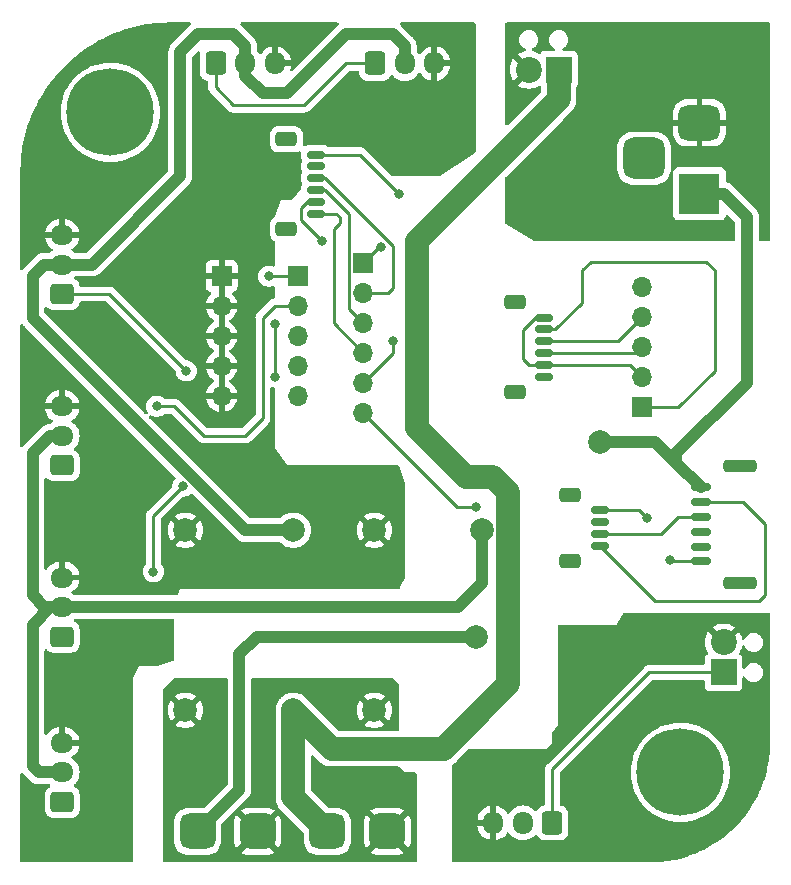
<source format=gbr>
%TF.GenerationSoftware,KiCad,Pcbnew,7.0.10*%
%TF.CreationDate,2024-04-25T20:56:43+02:00*%
%TF.ProjectId,LL PCB,4c4c2050-4342-42e6-9b69-6361645f7063,rev?*%
%TF.SameCoordinates,Original*%
%TF.FileFunction,Copper,L1,Top*%
%TF.FilePolarity,Positive*%
%FSLAX46Y46*%
G04 Gerber Fmt 4.6, Leading zero omitted, Abs format (unit mm)*
G04 Created by KiCad (PCBNEW 7.0.10) date 2024-04-25 20:56:43*
%MOMM*%
%LPD*%
G01*
G04 APERTURE LIST*
G04 Aperture macros list*
%AMRoundRect*
0 Rectangle with rounded corners*
0 $1 Rounding radius*
0 $2 $3 $4 $5 $6 $7 $8 $9 X,Y pos of 4 corners*
0 Add a 4 corners polygon primitive as box body*
4,1,4,$2,$3,$4,$5,$6,$7,$8,$9,$2,$3,0*
0 Add four circle primitives for the rounded corners*
1,1,$1+$1,$2,$3*
1,1,$1+$1,$4,$5*
1,1,$1+$1,$6,$7*
1,1,$1+$1,$8,$9*
0 Add four rect primitives between the rounded corners*
20,1,$1+$1,$2,$3,$4,$5,0*
20,1,$1+$1,$4,$5,$6,$7,0*
20,1,$1+$1,$6,$7,$8,$9,0*
20,1,$1+$1,$8,$9,$2,$3,0*%
G04 Aperture macros list end*
%TA.AperFunction,ComponentPad*%
%ADD10RoundRect,0.250000X0.725000X-0.600000X0.725000X0.600000X-0.725000X0.600000X-0.725000X-0.600000X0*%
%TD*%
%TA.AperFunction,ComponentPad*%
%ADD11O,1.950000X1.700000*%
%TD*%
%TA.AperFunction,ComponentPad*%
%ADD12C,0.800000*%
%TD*%
%TA.AperFunction,ComponentPad*%
%ADD13C,7.400000*%
%TD*%
%TA.AperFunction,SMDPad,CuDef*%
%ADD14RoundRect,0.150000X0.625000X-0.150000X0.625000X0.150000X-0.625000X0.150000X-0.625000X-0.150000X0*%
%TD*%
%TA.AperFunction,SMDPad,CuDef*%
%ADD15RoundRect,0.250000X0.650000X-0.350000X0.650000X0.350000X-0.650000X0.350000X-0.650000X-0.350000X0*%
%TD*%
%TA.AperFunction,ComponentPad*%
%ADD16C,2.000000*%
%TD*%
%TA.AperFunction,ComponentPad*%
%ADD17R,1.700000X1.700000*%
%TD*%
%TA.AperFunction,ComponentPad*%
%ADD18O,1.700000X1.700000*%
%TD*%
%TA.AperFunction,ComponentPad*%
%ADD19RoundRect,0.250000X-0.600000X-0.725000X0.600000X-0.725000X0.600000X0.725000X-0.600000X0.725000X0*%
%TD*%
%TA.AperFunction,ComponentPad*%
%ADD20O,1.700000X1.950000*%
%TD*%
%TA.AperFunction,ComponentPad*%
%ADD21R,2.200000X2.200000*%
%TD*%
%TA.AperFunction,ComponentPad*%
%ADD22C,2.200000*%
%TD*%
%TA.AperFunction,SMDPad,CuDef*%
%ADD23RoundRect,0.150000X-0.700000X0.150000X-0.700000X-0.150000X0.700000X-0.150000X0.700000X0.150000X0*%
%TD*%
%TA.AperFunction,SMDPad,CuDef*%
%ADD24RoundRect,0.250000X-1.150000X0.250000X-1.150000X-0.250000X1.150000X-0.250000X1.150000X0.250000X0*%
%TD*%
%TA.AperFunction,ComponentPad*%
%ADD25R,3.500000X3.500000*%
%TD*%
%TA.AperFunction,ComponentPad*%
%ADD26RoundRect,0.750000X-1.000000X0.750000X-1.000000X-0.750000X1.000000X-0.750000X1.000000X0.750000X0*%
%TD*%
%TA.AperFunction,ComponentPad*%
%ADD27RoundRect,0.875000X-0.875000X0.875000X-0.875000X-0.875000X0.875000X-0.875000X0.875000X0.875000X0*%
%TD*%
%TA.AperFunction,ComponentPad*%
%ADD28RoundRect,0.250000X0.600000X0.725000X-0.600000X0.725000X-0.600000X-0.725000X0.600000X-0.725000X0*%
%TD*%
%TA.AperFunction,SMDPad,CuDef*%
%ADD29RoundRect,0.750000X-0.750000X-0.750000X0.750000X-0.750000X0.750000X0.750000X-0.750000X0.750000X0*%
%TD*%
%TA.AperFunction,ViaPad*%
%ADD30C,0.800000*%
%TD*%
%TA.AperFunction,ViaPad*%
%ADD31C,2.000000*%
%TD*%
%TA.AperFunction,Conductor*%
%ADD32C,1.000000*%
%TD*%
%TA.AperFunction,Conductor*%
%ADD33C,0.260000*%
%TD*%
%TA.AperFunction,Conductor*%
%ADD34C,2.000000*%
%TD*%
%TA.AperFunction,Conductor*%
%ADD35C,0.250000*%
%TD*%
G04 APERTURE END LIST*
D10*
%TO.P,SAL,1,Pin_1*%
%TO.N,SAL*%
X128000000Y-115500000D03*
D11*
%TO.P,SAL,2,Pin_2*%
%TO.N,6V-2*%
X128000000Y-113000000D03*
%TO.P,SAL,3,Pin_3*%
%TO.N,GNDA*%
X128000000Y-110500000D03*
%TD*%
D12*
%TO.P,REF\u002A\u002A,1*%
%TO.N,N/C*%
X177565000Y-127000000D03*
X178377779Y-125037779D03*
X178377779Y-128962221D03*
X180340000Y-124225000D03*
D13*
X180340000Y-127000000D03*
D12*
X180340000Y-129775000D03*
X182302221Y-125037779D03*
X182302221Y-128962221D03*
X183115000Y-127000000D03*
%TD*%
D14*
%TO.P,GPS BBB,1,Pin_1*%
%TO.N,unconnected-(J16-Pin_1-Pad1)*%
X168825000Y-93500000D03*
%TO.P,GPS BBB,2,Pin_2*%
%TO.N,GND1*%
X168825000Y-92500000D03*
%TO.P,GPS BBB,3,Pin_3*%
%TO.N,GPS-TX*%
X168825000Y-91500000D03*
%TO.P,GPS BBB,4,Pin_4*%
%TO.N,GPS-RX*%
X168825000Y-90500000D03*
%TO.P,GPS BBB,5,Pin_5*%
%TO.N,GPS-VCC*%
X168825000Y-89500000D03*
%TO.P,GPS BBB,6,Pin_6*%
%TO.N,GND1*%
X168825000Y-88500000D03*
D15*
%TO.P,GPS BBB,MP*%
%TO.N,N/C*%
X166300000Y-94800000D03*
X166300000Y-87200000D03*
%TD*%
D16*
%TO.P,Buck,1,PWR_IN*%
%TO.N,+12V*%
X147572000Y-121740000D03*
%TO.P,Buck,2,GND_IN*%
%TO.N,GND*%
X138428000Y-121740000D03*
%TO.P,Buck,3,PWR_OUT*%
%TO.N,6V-1*%
X147572000Y-106500000D03*
%TO.P,Buck,4,GND_OUT*%
%TO.N,GNDA*%
X138428000Y-106500000D03*
%TD*%
D17*
%TO.P,SPI_MCP2515,1,Pin_1*%
%TO.N,SCK*%
X153500000Y-83840000D03*
D18*
%TO.P,SPI_MCP2515,2,Pin_2*%
%TO.N,MOSI*%
X153500000Y-86380000D03*
%TO.P,SPI_MCP2515,3,Pin_3*%
%TO.N,MISO*%
X153500000Y-88920000D03*
%TO.P,SPI_MCP2515,4,Pin_4*%
%TO.N,CS*%
X153500000Y-91460000D03*
%TO.P,SPI_MCP2515,5,Pin_5*%
%TO.N,GND*%
X153500000Y-94000000D03*
%TO.P,SPI_MCP2515,6,Pin_6*%
%TO.N,+5V*%
X153500000Y-96540000D03*
%TD*%
D19*
%TO.P,SEL,1,Pin_1*%
%TO.N,SEH*%
X154500000Y-66975000D03*
D20*
%TO.P,SEL,2,Pin_2*%
%TO.N,6V-1*%
X157000000Y-66975000D03*
%TO.P,SEL,3,Pin_3*%
%TO.N,GNDA*%
X159500000Y-66975000D03*
%TD*%
D21*
%TO.P,BBB PWR,1,Pin_1*%
%TO.N,+12V*%
X170040000Y-67500000D03*
D22*
%TO.P,BBB PWR,2,Pin_2*%
%TO.N,GND*%
X167500000Y-67500000D03*
%TD*%
D17*
%TO.P,GPS Module,1,Pin_1*%
%TO.N,GPS-VCC*%
X177100000Y-96100000D03*
D18*
%TO.P,GPS Module,2,Pin_2*%
%TO.N,GND1*%
X177100000Y-93560000D03*
%TO.P,GPS Module,3,Pin_3*%
%TO.N,GPS-TX*%
X177100000Y-91020000D03*
%TO.P,GPS Module,4,Pin_4*%
%TO.N,GPS-RX*%
X177100000Y-88480000D03*
%TO.P,GPS Module,5,Pin_5*%
%TO.N,unconnected-(J15-Pin_5-Pad5)*%
X177100000Y-85940000D03*
%TD*%
D14*
%TO.P,SPI_BBB,1,Pin_1*%
%TO.N,CS*%
X149500000Y-79700000D03*
%TO.P,SPI_BBB,2,Pin_2*%
%TO.N,SCK*%
X149500000Y-78700000D03*
%TO.P,SPI_BBB,3,Pin_3*%
%TO.N,MISO*%
X149500000Y-77700000D03*
%TO.P,SPI_BBB,4,Pin_4*%
%TO.N,MOSI*%
X149500000Y-76700000D03*
%TO.P,SPI_BBB,5,Pin_5*%
%TO.N,unconnected-(J13-Pin_5-Pad5)*%
X149500000Y-75700000D03*
%TO.P,SPI_BBB,6,Pin_6*%
%TO.N,GND*%
X149500000Y-74700000D03*
D15*
%TO.P,SPI_BBB,MP*%
%TO.N,N/C*%
X146975000Y-81000000D03*
X146975000Y-73400000D03*
%TD*%
D12*
%TO.P,REF\u002A\u002A,1*%
%TO.N,N/C*%
X129305000Y-71120000D03*
X130117779Y-69157779D03*
X130117779Y-73082221D03*
X132080000Y-68345000D03*
D13*
X132080000Y-71120000D03*
D12*
X132080000Y-73895000D03*
X134042221Y-69157779D03*
X134042221Y-73082221D03*
X134855000Y-71120000D03*
%TD*%
D23*
%TO.P,TEL Device,1,Pin_1*%
%TO.N,+5V*%
X182050000Y-102875000D03*
%TO.P,TEL Device,2,Pin_2*%
%TO.N,TEL-TX*%
X182050000Y-104125000D03*
%TO.P,TEL Device,3,Pin_3*%
%TO.N,TEL-RX*%
X182050000Y-105375000D03*
%TO.P,TEL Device,4,Pin_4*%
%TO.N,unconnected-(J18-Pin_4-Pad4)*%
X182050000Y-106625000D03*
%TO.P,TEL Device,5,Pin_5*%
%TO.N,unconnected-(J18-Pin_5-Pad5)*%
X182050000Y-107875000D03*
%TO.P,TEL Device,6,Pin_6*%
%TO.N,GND2*%
X182050000Y-109125000D03*
D24*
%TO.P,TEL Device,MP*%
%TO.N,N/C*%
X185400000Y-101025000D03*
X185400000Y-110975000D03*
%TD*%
D25*
%TO.P,Rasp PWR,1*%
%TO.N,+5V*%
X181957500Y-78000000D03*
D26*
%TO.P,Rasp PWR,2*%
%TO.N,GND*%
X181957500Y-72000000D03*
D27*
%TO.P,Rasp PWR,3*%
%TO.N,N/C*%
X177257500Y-75000000D03*
%TD*%
D28*
%TO.P,ESCD,1,Pin_1*%
%TO.N,ESC-SIG*%
X169500000Y-131275000D03*
D20*
%TO.P,ESCD,2,Pin_2*%
%TO.N,unconnected-(J19-Pin_2-Pad2)*%
X167000000Y-131275000D03*
%TO.P,ESCD,3,Pin_3*%
%TO.N,ESC-GND*%
X164500000Y-131275000D03*
%TD*%
D21*
%TO.P,ESC,1,Pin_1*%
%TO.N,ESC-SIG*%
X184000000Y-118540000D03*
D22*
%TO.P,ESC,2,Pin_2*%
%TO.N,ESC-GND*%
X184000000Y-116000000D03*
%TD*%
D17*
%TO.P,Servo GND,1,Pin_1*%
%TO.N,GNDA*%
X141500000Y-84960000D03*
D18*
%TO.P,Servo GND,2,Pin_2*%
X141500000Y-87500000D03*
%TO.P,Servo GND,3,Pin_3*%
X141500000Y-90040000D03*
%TO.P,Servo GND,4,Pin_4*%
X141500000Y-92580000D03*
%TO.P,Servo GND,5,Pin_5*%
X141500000Y-95120000D03*
%TD*%
D29*
%TO.P,J4,1,Pin_1*%
%TO.N,+12V*%
X150460000Y-132000000D03*
%TO.P,J4,2,Pin_2*%
%TO.N,GND*%
X155540000Y-132000000D03*
%TD*%
%TO.P,J3,1,Pin_1*%
%TO.N,+5V*%
X139460000Y-132000000D03*
%TO.P,J3,2,Pin_2*%
%TO.N,GND*%
X144540000Y-132000000D03*
%TD*%
D14*
%TO.P,TEL BBB,1,Pin_1*%
%TO.N,TEL-TX*%
X173525000Y-107800000D03*
%TO.P,TEL BBB,2,Pin_2*%
%TO.N,TEL-RX*%
X173525000Y-106800000D03*
%TO.P,TEL BBB,3,Pin_3*%
%TO.N,unconnected-(J14-Pin_3-Pad3)*%
X173525000Y-105800000D03*
%TO.P,TEL BBB,4,Pin_4*%
%TO.N,GND2*%
X173525000Y-104800000D03*
D15*
%TO.P,TEL BBB,MP*%
%TO.N,N/C*%
X171000000Y-109100000D03*
X171000000Y-103500000D03*
%TD*%
D10*
%TO.P,SAR,1,Pin_1*%
%TO.N,SAR*%
X128000000Y-101000000D03*
D11*
%TO.P,SAR,2,Pin_2*%
%TO.N,6V-2*%
X128000000Y-98500000D03*
%TO.P,SAR,3,Pin_3*%
%TO.N,GNDA*%
X128000000Y-96000000D03*
%TD*%
D10*
%TO.P,SPayload,1,Pin_1*%
%TO.N,SP*%
X128000000Y-129500000D03*
D11*
%TO.P,SPayload,2,Pin_2*%
%TO.N,6V-2*%
X128000000Y-127000000D03*
%TO.P,SPayload,3,Pin_3*%
%TO.N,GNDA*%
X128000000Y-124500000D03*
%TD*%
D16*
%TO.P,Buck 2,1,PWR_IN*%
%TO.N,+12V*%
X163572000Y-121740000D03*
%TO.P,Buck 2,2,GND_IN*%
%TO.N,GND*%
X154428000Y-121740000D03*
%TO.P,Buck 2,3,PWR_OUT*%
%TO.N,6V-2*%
X163572000Y-106500000D03*
%TO.P,Buck 2,4,GND_OUT*%
%TO.N,GNDA*%
X154428000Y-106500000D03*
%TD*%
D19*
%TO.P,SER,1,Pin_1*%
%TO.N,SEH*%
X141000000Y-66975000D03*
D20*
%TO.P,SER,2,Pin_2*%
%TO.N,6V-1*%
X143500000Y-66975000D03*
%TO.P,SER,3,Pin_3*%
%TO.N,GNDA*%
X146000000Y-66975000D03*
%TD*%
D10*
%TO.P,SRV,1,Pin_1*%
%TO.N,SRV*%
X128000000Y-86500000D03*
D11*
%TO.P,SRV,2,Pin_2*%
%TO.N,6V-1*%
X128000000Y-84000000D03*
%TO.P,SRV,3,Pin_3*%
%TO.N,GNDA*%
X128000000Y-81500000D03*
%TD*%
D17*
%TO.P,Servo Signals,1,Pin_1*%
%TO.N,SAL*%
X148000000Y-84960000D03*
D18*
%TO.P,Servo Signals,2,Pin_2*%
%TO.N,SAR*%
X148000000Y-87500000D03*
%TO.P,Servo Signals,3,Pin_3*%
%TO.N,SRV*%
X148000000Y-90040000D03*
%TO.P,Servo Signals,4,Pin_4*%
%TO.N,SEH*%
X148000000Y-92580000D03*
%TO.P,Servo Signals,5,Pin_5*%
%TO.N,SP*%
X148000000Y-95120000D03*
%TD*%
D30*
%TO.N,+5V*%
X163000000Y-104500000D03*
D31*
X163000000Y-115500000D03*
X173500000Y-99000000D03*
D30*
%TO.N,GND*%
X156000000Y-90500000D03*
X156500000Y-78000000D03*
%TO.N,SP*%
X138222182Y-102777818D03*
X135730000Y-110000000D03*
%TO.N,SEH*%
X146000000Y-89000000D03*
X146000000Y-93500000D03*
%TO.N,SRV*%
X138500000Y-93000000D03*
%TO.N,SAR*%
X136000000Y-96000000D03*
%TO.N,SAL*%
X145500000Y-85000000D03*
%TO.N,GND2*%
X177500000Y-105500000D03*
X179500000Y-109000000D03*
%TO.N,SCK*%
X150000000Y-82000000D03*
X155000000Y-82500000D03*
%TD*%
D32*
%TO.N,+5V*%
X149500000Y-115500000D02*
X163000000Y-115500000D01*
D33*
X153500000Y-96540000D02*
X157480000Y-100520000D01*
D32*
X180000000Y-100000000D02*
X186000000Y-94000000D01*
X143000000Y-117000000D02*
X144500000Y-115500000D01*
X144500000Y-115500000D02*
X149500000Y-115500000D01*
X186000000Y-92500000D02*
X186000000Y-80000000D01*
X139460000Y-132000000D02*
X143000000Y-128460000D01*
X180000000Y-100825000D02*
X180000000Y-100000000D01*
X143000000Y-128460000D02*
X143000000Y-117000000D01*
X178175000Y-99000000D02*
X180000000Y-100825000D01*
X186000000Y-94000000D02*
X186000000Y-92500000D01*
X184000000Y-78000000D02*
X181957500Y-78000000D01*
D33*
X161460000Y-104500000D02*
X163000000Y-104500000D01*
X157480000Y-100520000D02*
X161460000Y-104500000D01*
D32*
X173500000Y-99000000D02*
X178175000Y-99000000D01*
X182050000Y-102875000D02*
X180000000Y-100825000D01*
X186000000Y-80000000D02*
X184000000Y-78000000D01*
%TO.N,GND*%
X155540000Y-132000000D02*
X155540000Y-131960000D01*
D33*
X149500000Y-74700000D02*
X153200000Y-74700000D01*
X153200000Y-74700000D02*
X156500000Y-78000000D01*
X153500000Y-94000000D02*
X156000000Y-91500000D01*
X156000000Y-91500000D02*
X156000000Y-90500000D01*
D34*
%TO.N,+12V*%
X158000000Y-97816730D02*
X162183270Y-102000000D01*
X165772000Y-119540000D02*
X163572000Y-121740000D01*
X170040000Y-67500000D02*
X170040000Y-69960000D01*
X158000000Y-82000000D02*
X158000000Y-97816730D01*
X165772000Y-103272000D02*
X165772000Y-119540000D01*
X162183270Y-102000000D02*
X164500000Y-102000000D01*
X147572000Y-121740000D02*
X150832000Y-125000000D01*
X147572000Y-121740000D02*
X147572000Y-129112000D01*
X170040000Y-69960000D02*
X158000000Y-82000000D01*
X147572000Y-129112000D02*
X150460000Y-132000000D01*
X164500000Y-102000000D02*
X165772000Y-103272000D01*
X150832000Y-125000000D02*
X160312000Y-125000000D01*
X160312000Y-125000000D02*
X163572000Y-121740000D01*
D33*
%TO.N,SP*%
X135730000Y-105270000D02*
X135730000Y-110000000D01*
X138222182Y-102777818D02*
X135730000Y-105270000D01*
D32*
%TO.N,6V-2*%
X126500000Y-113000000D02*
X128000000Y-113000000D01*
X127000000Y-98500000D02*
X125500000Y-100000000D01*
X126000000Y-127000000D02*
X128000000Y-127000000D01*
X127000000Y-113000000D02*
X125500000Y-114500000D01*
X125500000Y-126500000D02*
X126000000Y-127000000D01*
X125500000Y-100000000D02*
X125500000Y-112000000D01*
X163572000Y-106500000D02*
X163572000Y-110928000D01*
X128000000Y-113000000D02*
X127000000Y-113000000D01*
X125500000Y-114500000D02*
X125500000Y-126500000D01*
X161500000Y-113000000D02*
X128000000Y-113000000D01*
X128000000Y-98500000D02*
X127000000Y-98500000D01*
X125500000Y-112000000D02*
X126500000Y-113000000D01*
X163572000Y-110928000D02*
X161500000Y-113000000D01*
D33*
%TO.N,SEH*%
X142500000Y-70500000D02*
X141000000Y-69000000D01*
X148500000Y-70500000D02*
X142500000Y-70500000D01*
X146000000Y-93500000D02*
X146000000Y-89000000D01*
X152025000Y-66975000D02*
X148500000Y-70500000D01*
X154500000Y-66975000D02*
X152025000Y-66975000D01*
X141000000Y-69000000D02*
X141000000Y-66975000D01*
D32*
%TO.N,6V-1*%
X142500000Y-64500000D02*
X143500000Y-65500000D01*
X125500000Y-88500000D02*
X125500000Y-85000000D01*
X143500000Y-66975000D02*
X143500000Y-68000000D01*
X152000000Y-64500000D02*
X156000000Y-64500000D01*
X138000000Y-66000000D02*
X139500000Y-64500000D01*
X139500000Y-64500000D02*
X142500000Y-64500000D01*
X157000000Y-65500000D02*
X157000000Y-66975000D01*
X147000000Y-69500000D02*
X152000000Y-64500000D01*
X126500000Y-84000000D02*
X128000000Y-84000000D01*
X143500000Y-65500000D02*
X143500000Y-66975000D01*
X143500000Y-68000000D02*
X145000000Y-69500000D01*
X143500000Y-106500000D02*
X125500000Y-88500000D01*
X147572000Y-106500000D02*
X143500000Y-106500000D01*
X128000000Y-84000000D02*
X130500000Y-84000000D01*
X138000000Y-76500000D02*
X138000000Y-66000000D01*
X125500000Y-85000000D02*
X126500000Y-84000000D01*
X145000000Y-69500000D02*
X147000000Y-69500000D01*
X156000000Y-64500000D02*
X157000000Y-65500000D01*
X130500000Y-84000000D02*
X138000000Y-76500000D01*
D33*
%TO.N,SRV*%
X132000000Y-86500000D02*
X128000000Y-86500000D01*
X138500000Y-93000000D02*
X132000000Y-86500000D01*
%TO.N,SAR*%
X145000000Y-97000000D02*
X145000000Y-88500000D01*
X145000000Y-88500000D02*
X146000000Y-87500000D01*
X146000000Y-87500000D02*
X148000000Y-87500000D01*
X136000000Y-96000000D02*
X137500000Y-96000000D01*
X140000000Y-98500000D02*
X143500000Y-98500000D01*
X143500000Y-98500000D02*
X145000000Y-97000000D01*
X137500000Y-96000000D02*
X140000000Y-98500000D01*
%TO.N,SAL*%
X148000000Y-84960000D02*
X145540000Y-84960000D01*
X145540000Y-84960000D02*
X145500000Y-85000000D01*
%TO.N,TEL-TX*%
X173525000Y-107800000D02*
X178225000Y-112500000D01*
X185625000Y-104125000D02*
X182050000Y-104125000D01*
X187000000Y-112500000D02*
X187500000Y-112000000D01*
X178225000Y-112500000D02*
X187000000Y-112500000D01*
X187500000Y-106000000D02*
X185625000Y-104125000D01*
X187500000Y-112000000D02*
X187500000Y-106000000D01*
%TO.N,TEL-RX*%
X180125000Y-105375000D02*
X182050000Y-105375000D01*
X178700000Y-106800000D02*
X180125000Y-105375000D01*
X173525000Y-106800000D02*
X178700000Y-106800000D01*
%TO.N,GND2*%
X176800000Y-104800000D02*
X177500000Y-105500000D01*
X173525000Y-104800000D02*
X176800000Y-104800000D01*
X179500000Y-109000000D02*
X179625000Y-109125000D01*
X179625000Y-109125000D02*
X182050000Y-109125000D01*
D35*
%TO.N,GPS-VCC*%
X182500000Y-83750000D02*
X183250000Y-84500000D01*
X168825000Y-89500000D02*
X169750000Y-89500000D01*
X172750000Y-83750000D02*
X182500000Y-83750000D01*
X183250000Y-84500000D02*
X183250000Y-93000000D01*
X180150000Y-96100000D02*
X177100000Y-96100000D01*
X169750000Y-89500000D02*
X172000000Y-87250000D01*
X183250000Y-93000000D02*
X180150000Y-96100000D01*
X172000000Y-84500000D02*
X172750000Y-83750000D01*
X172000000Y-87250000D02*
X172000000Y-84500000D01*
D33*
%TO.N,GND1*%
X176040000Y-92500000D02*
X177100000Y-93560000D01*
X167000000Y-92000000D02*
X167500000Y-92500000D01*
X168825000Y-88500000D02*
X168050001Y-88500000D01*
X167000000Y-89550001D02*
X167000000Y-92000000D01*
X168050001Y-88500000D02*
X167000000Y-89550001D01*
X167500000Y-92500000D02*
X168825000Y-92500000D01*
X168825000Y-92500000D02*
X176040000Y-92500000D01*
%TO.N,GPS-TX*%
X176620000Y-91500000D02*
X177100000Y-91020000D01*
X168825000Y-91500000D02*
X176620000Y-91500000D01*
D35*
%TO.N,GPS-RX*%
X175080000Y-90500000D02*
X177100000Y-88480000D01*
X168825000Y-90500000D02*
X175080000Y-90500000D01*
%TO.N,ESC-SIG*%
X169500000Y-126750000D02*
X177710000Y-118540000D01*
X177710000Y-118540000D02*
X184000000Y-118540000D01*
X169500000Y-131275000D02*
X169500000Y-126750000D01*
D33*
%TO.N,CS*%
X153500000Y-91460000D02*
X151000000Y-88960000D01*
X151500000Y-80500000D02*
X151500000Y-80000000D01*
X151500000Y-80000000D02*
X151200000Y-79700000D01*
X151000000Y-88960000D02*
X151000000Y-81000000D01*
X151000000Y-81000000D02*
X151500000Y-80500000D01*
X151200000Y-79700000D02*
X149500000Y-79700000D01*
%TO.N,SCK*%
X154840000Y-82500000D02*
X153500000Y-83840000D01*
X149500000Y-78700000D02*
X148725001Y-78700000D01*
X148205000Y-80205000D02*
X150000000Y-82000000D01*
X155000000Y-82500000D02*
X154840000Y-82500000D01*
X148725001Y-78700000D02*
X148205000Y-79220001D01*
X148205000Y-79220001D02*
X148205000Y-80205000D01*
%TO.N,MISO*%
X152320000Y-87740000D02*
X153500000Y-88920000D01*
X152320000Y-79745001D02*
X152320000Y-87740000D01*
X150274999Y-77700000D02*
X152320000Y-79745001D01*
X149500000Y-77700000D02*
X150274999Y-77700000D01*
%TO.N,MOSI*%
X156000000Y-86000000D02*
X155620000Y-86380000D01*
X155620000Y-86380000D02*
X153500000Y-86380000D01*
X150274999Y-76700000D02*
X156000000Y-82425001D01*
X156000000Y-82425001D02*
X156000000Y-86000000D01*
X149500000Y-76700000D02*
X150274999Y-76700000D01*
%TD*%
%TA.AperFunction,Conductor*%
%TO.N,GNDA*%
G36*
X137443039Y-114020185D02*
G01*
X137488794Y-114072989D01*
X137500000Y-114124500D01*
X137500000Y-117410625D01*
X137480315Y-117477664D01*
X137427511Y-117523419D01*
X137415212Y-117528262D01*
X136019089Y-117993637D01*
X135979877Y-118000000D01*
X134500000Y-118000000D01*
X134499999Y-118000000D01*
X134499998Y-118000001D01*
X134000000Y-118999999D01*
X134000000Y-134495500D01*
X133980315Y-134562539D01*
X133927511Y-134608294D01*
X133876000Y-134619500D01*
X124584500Y-134619500D01*
X124517461Y-134599815D01*
X124471706Y-134547011D01*
X124460500Y-134495500D01*
X124460500Y-127159925D01*
X124480185Y-127092886D01*
X124532989Y-127047131D01*
X124602147Y-127037187D01*
X124665703Y-127066212D01*
X124678582Y-127079151D01*
X124694405Y-127097582D01*
X124703855Y-127110115D01*
X124720599Y-127135521D01*
X124762299Y-127177220D01*
X124768704Y-127184131D01*
X124807131Y-127228892D01*
X124807134Y-127228895D01*
X124815555Y-127235413D01*
X124831187Y-127247513D01*
X124842968Y-127257889D01*
X125282449Y-127697370D01*
X125284642Y-127699619D01*
X125344938Y-127763050D01*
X125344941Y-127763053D01*
X125393348Y-127796746D01*
X125400869Y-127802417D01*
X125446587Y-127839694D01*
X125446590Y-127839695D01*
X125446593Y-127839698D01*
X125473565Y-127853786D01*
X125486982Y-127861916D01*
X125511951Y-127879295D01*
X125566163Y-127902559D01*
X125574663Y-127906595D01*
X125626951Y-127933909D01*
X125656199Y-127942277D01*
X125670975Y-127947538D01*
X125698942Y-127959540D01*
X125698945Y-127959540D01*
X125698946Y-127959541D01*
X125756713Y-127971412D01*
X125765866Y-127973658D01*
X125822582Y-127989887D01*
X125852914Y-127992196D01*
X125868463Y-127994377D01*
X125898255Y-128000500D01*
X125898259Y-128000500D01*
X125957242Y-128000500D01*
X125966656Y-128000857D01*
X125975010Y-128001494D01*
X126025476Y-128005337D01*
X126025476Y-128005336D01*
X126025477Y-128005337D01*
X126055652Y-128001493D01*
X126071319Y-128000500D01*
X126866489Y-128000500D01*
X126933528Y-128020185D01*
X126979283Y-128072989D01*
X126989227Y-128142147D01*
X126960202Y-128205703D01*
X126931587Y-128230037D01*
X126850745Y-128279901D01*
X126806342Y-128307289D01*
X126682289Y-128431342D01*
X126590187Y-128580663D01*
X126590186Y-128580666D01*
X126535001Y-128747203D01*
X126535001Y-128747204D01*
X126535000Y-128747204D01*
X126524500Y-128849983D01*
X126524500Y-130150001D01*
X126524501Y-130150018D01*
X126535000Y-130252796D01*
X126535001Y-130252799D01*
X126588887Y-130415413D01*
X126590186Y-130419334D01*
X126682288Y-130568656D01*
X126806344Y-130692712D01*
X126955666Y-130784814D01*
X127122203Y-130839999D01*
X127224991Y-130850500D01*
X128775008Y-130850499D01*
X128877797Y-130839999D01*
X129044334Y-130784814D01*
X129193656Y-130692712D01*
X129317712Y-130568656D01*
X129409814Y-130419334D01*
X129464999Y-130252797D01*
X129475500Y-130150009D01*
X129475499Y-128849992D01*
X129464999Y-128747203D01*
X129409814Y-128580666D01*
X129317712Y-128431344D01*
X129193656Y-128307288D01*
X129068415Y-128230039D01*
X129038879Y-128211821D01*
X128992155Y-128159873D01*
X128980932Y-128090910D01*
X129008776Y-128026828D01*
X129016295Y-128018601D01*
X129087354Y-127947542D01*
X129163495Y-127871401D01*
X129299035Y-127677830D01*
X129398903Y-127463663D01*
X129460063Y-127235408D01*
X129480659Y-127000000D01*
X129460063Y-126764592D01*
X129398903Y-126536337D01*
X129299035Y-126322171D01*
X129268292Y-126278264D01*
X129163494Y-126128597D01*
X128996403Y-125961506D01*
X128838967Y-125851269D01*
X128795342Y-125796692D01*
X128788148Y-125727194D01*
X128819671Y-125664839D01*
X128838967Y-125648119D01*
X128996073Y-125538113D01*
X128996079Y-125538108D01*
X129163105Y-125371082D01*
X129298600Y-125177578D01*
X129398429Y-124963492D01*
X129398432Y-124963486D01*
X129455636Y-124750000D01*
X128403969Y-124750000D01*
X128436519Y-124699351D01*
X128475000Y-124568295D01*
X128475000Y-124431705D01*
X128436519Y-124300649D01*
X128403969Y-124250000D01*
X129455636Y-124250000D01*
X129455635Y-124249999D01*
X129398432Y-124036513D01*
X129398429Y-124036507D01*
X129298600Y-123822422D01*
X129298599Y-123822420D01*
X129163113Y-123628926D01*
X129163108Y-123628920D01*
X128996079Y-123461891D01*
X128996073Y-123461886D01*
X128802579Y-123326400D01*
X128802577Y-123326399D01*
X128588492Y-123226570D01*
X128588483Y-123226566D01*
X128360326Y-123165432D01*
X128360316Y-123165430D01*
X128250000Y-123155778D01*
X128250000Y-124091981D01*
X128135199Y-124039554D01*
X128033975Y-124025000D01*
X127966025Y-124025000D01*
X127864801Y-124039554D01*
X127750000Y-124091981D01*
X127750000Y-123155778D01*
X127639683Y-123165430D01*
X127639673Y-123165432D01*
X127411516Y-123226566D01*
X127411507Y-123226570D01*
X127197422Y-123326399D01*
X127197420Y-123326400D01*
X127003926Y-123461886D01*
X127003920Y-123461891D01*
X126836890Y-123628921D01*
X126726074Y-123787182D01*
X126671497Y-123830807D01*
X126601999Y-123837999D01*
X126539644Y-123806477D01*
X126504231Y-123746246D01*
X126500500Y-123716058D01*
X126500500Y-116686230D01*
X126520185Y-116619191D01*
X126572989Y-116573436D01*
X126642147Y-116563492D01*
X126705703Y-116592517D01*
X126712181Y-116598549D01*
X126806344Y-116692712D01*
X126955666Y-116784814D01*
X127122203Y-116839999D01*
X127224991Y-116850500D01*
X128775008Y-116850499D01*
X128877797Y-116839999D01*
X129044334Y-116784814D01*
X129193656Y-116692712D01*
X129317712Y-116568656D01*
X129409814Y-116419334D01*
X129464999Y-116252797D01*
X129475500Y-116150009D01*
X129475499Y-114849992D01*
X129464999Y-114747203D01*
X129409814Y-114580666D01*
X129317712Y-114431344D01*
X129193656Y-114307288D01*
X129068413Y-114230038D01*
X129021690Y-114178091D01*
X129010467Y-114109129D01*
X129038311Y-114045046D01*
X129096379Y-114006190D01*
X129133511Y-114000500D01*
X137376000Y-114000500D01*
X137443039Y-114020185D01*
G37*
%TD.AperFunction*%
%TA.AperFunction,Conductor*%
G36*
X124665703Y-89066212D02*
G01*
X124678582Y-89079151D01*
X124694405Y-89097582D01*
X124703855Y-89110115D01*
X124720599Y-89135521D01*
X124762299Y-89177220D01*
X124768704Y-89184131D01*
X124807130Y-89228892D01*
X124831193Y-89247518D01*
X124842972Y-89257893D01*
X137568022Y-101982943D01*
X137601507Y-102044266D01*
X137596523Y-102113958D01*
X137572491Y-102153596D01*
X137489648Y-102245602D01*
X137395003Y-102409533D01*
X137395000Y-102409540D01*
X137359070Y-102520123D01*
X137336508Y-102589562D01*
X137334284Y-102610727D01*
X137319691Y-102749566D01*
X137293106Y-102814181D01*
X137284051Y-102824285D01*
X135343066Y-104765270D01*
X135330744Y-104775143D01*
X135330921Y-104775357D01*
X135324910Y-104780329D01*
X135278513Y-104829737D01*
X135275805Y-104832531D01*
X135256123Y-104852212D01*
X135253612Y-104855451D01*
X135246029Y-104864329D01*
X135215862Y-104896453D01*
X135215857Y-104896459D01*
X135206091Y-104914224D01*
X135195414Y-104930479D01*
X135182989Y-104946497D01*
X135165480Y-104986954D01*
X135160345Y-104997435D01*
X135139118Y-105036050D01*
X135139117Y-105036051D01*
X135134077Y-105055682D01*
X135127775Y-105074087D01*
X135119721Y-105092697D01*
X135112827Y-105136225D01*
X135110459Y-105147660D01*
X135099500Y-105190344D01*
X135099500Y-105210618D01*
X135097973Y-105230017D01*
X135094802Y-105250036D01*
X135094802Y-105250037D01*
X135098950Y-105293918D01*
X135099500Y-105305587D01*
X135099500Y-109306865D01*
X135079815Y-109373904D01*
X135067650Y-109389837D01*
X134997466Y-109467784D01*
X134902821Y-109631715D01*
X134902818Y-109631722D01*
X134846037Y-109806477D01*
X134844326Y-109811744D01*
X134824540Y-110000000D01*
X134844326Y-110188256D01*
X134844327Y-110188259D01*
X134902818Y-110368277D01*
X134902821Y-110368284D01*
X134997467Y-110532216D01*
X135029953Y-110568295D01*
X135124129Y-110672888D01*
X135277265Y-110784148D01*
X135277270Y-110784151D01*
X135450192Y-110861142D01*
X135450197Y-110861144D01*
X135635354Y-110900500D01*
X135635355Y-110900500D01*
X135824644Y-110900500D01*
X135824646Y-110900500D01*
X136009803Y-110861144D01*
X136182730Y-110784151D01*
X136335871Y-110672888D01*
X136462533Y-110532216D01*
X136557179Y-110368284D01*
X136615674Y-110188256D01*
X136635460Y-110000000D01*
X136615674Y-109811744D01*
X136557179Y-109631716D01*
X136462533Y-109467784D01*
X136457222Y-109461886D01*
X136392350Y-109389837D01*
X136362120Y-109326845D01*
X136360500Y-109306865D01*
X136360500Y-106500005D01*
X136922859Y-106500005D01*
X136943385Y-106747729D01*
X136943387Y-106747738D01*
X137004412Y-106988717D01*
X137104266Y-107216364D01*
X137204564Y-107369882D01*
X137865226Y-106709219D01*
X137903901Y-106802588D01*
X138000075Y-106927925D01*
X138125412Y-107024099D01*
X138218779Y-107062772D01*
X137557942Y-107723609D01*
X137604768Y-107760055D01*
X137604770Y-107760056D01*
X137823385Y-107878364D01*
X137823396Y-107878369D01*
X138058506Y-107959083D01*
X138303707Y-108000000D01*
X138552293Y-108000000D01*
X138797493Y-107959083D01*
X139032603Y-107878369D01*
X139032614Y-107878364D01*
X139251228Y-107760057D01*
X139251231Y-107760055D01*
X139298056Y-107723609D01*
X138637220Y-107062773D01*
X138730588Y-107024099D01*
X138855925Y-106927925D01*
X138952099Y-106802589D01*
X138990772Y-106709220D01*
X139651434Y-107369882D01*
X139751731Y-107216369D01*
X139851587Y-106988717D01*
X139912612Y-106747738D01*
X139912614Y-106747729D01*
X139933141Y-106500005D01*
X139933141Y-106499994D01*
X139912614Y-106252270D01*
X139912612Y-106252261D01*
X139851587Y-106011282D01*
X139751731Y-105783630D01*
X139651434Y-105630116D01*
X138990772Y-106290778D01*
X138952099Y-106197412D01*
X138855925Y-106072075D01*
X138730588Y-105975901D01*
X138637220Y-105937227D01*
X139298057Y-105276390D01*
X139298056Y-105276389D01*
X139251229Y-105239943D01*
X139032614Y-105121635D01*
X139032603Y-105121630D01*
X138797493Y-105040916D01*
X138552293Y-105000000D01*
X138303707Y-105000000D01*
X138058506Y-105040916D01*
X137823396Y-105121630D01*
X137823390Y-105121632D01*
X137604761Y-105239949D01*
X137557942Y-105276388D01*
X137557942Y-105276390D01*
X138218779Y-105937227D01*
X138125412Y-105975901D01*
X138000075Y-106072075D01*
X137903901Y-106197411D01*
X137865227Y-106290779D01*
X137204564Y-105630116D01*
X137104267Y-105783632D01*
X137004412Y-106011282D01*
X136943387Y-106252261D01*
X136943385Y-106252270D01*
X136922859Y-106499994D01*
X136922859Y-106500005D01*
X136360500Y-106500005D01*
X136360500Y-105582523D01*
X136380185Y-105515484D01*
X136396819Y-105494842D01*
X138177024Y-103714637D01*
X138238347Y-103681152D01*
X138264705Y-103678318D01*
X138316826Y-103678318D01*
X138316828Y-103678318D01*
X138501985Y-103638962D01*
X138674912Y-103561969D01*
X138828053Y-103450706D01*
X138834948Y-103443049D01*
X138839041Y-103438503D01*
X138898527Y-103401854D01*
X138968384Y-103403183D01*
X139018873Y-103433793D01*
X142782431Y-107197351D01*
X142784624Y-107199600D01*
X142844940Y-107263052D01*
X142844948Y-107263058D01*
X142893362Y-107296755D01*
X142900871Y-107302416D01*
X142946593Y-107339698D01*
X142973565Y-107353786D01*
X142986982Y-107361916D01*
X143011951Y-107379295D01*
X143066163Y-107402559D01*
X143074652Y-107406590D01*
X143126951Y-107433909D01*
X143148998Y-107440216D01*
X143156184Y-107442273D01*
X143170976Y-107447539D01*
X143198939Y-107459539D01*
X143198942Y-107459540D01*
X143256727Y-107471414D01*
X143265869Y-107473657D01*
X143322582Y-107489886D01*
X143352918Y-107492196D01*
X143368457Y-107494376D01*
X143398255Y-107500500D01*
X143398259Y-107500500D01*
X143457244Y-107500500D01*
X143466659Y-107500857D01*
X143525476Y-107505337D01*
X143555651Y-107501493D01*
X143571318Y-107500500D01*
X146399145Y-107500500D01*
X146466184Y-107520185D01*
X146490374Y-107540517D01*
X146552252Y-107607734D01*
X146552256Y-107607738D01*
X146748491Y-107760474D01*
X146748493Y-107760475D01*
X146966332Y-107878364D01*
X146967190Y-107878828D01*
X147186141Y-107953994D01*
X147200964Y-107959083D01*
X147202386Y-107959571D01*
X147447665Y-108000500D01*
X147696335Y-108000500D01*
X147941614Y-107959571D01*
X148176810Y-107878828D01*
X148395509Y-107760474D01*
X148591744Y-107607738D01*
X148760164Y-107424785D01*
X148896173Y-107216607D01*
X148996063Y-106988881D01*
X149057108Y-106747821D01*
X149057116Y-106747729D01*
X149077643Y-106500005D01*
X152922859Y-106500005D01*
X152943385Y-106747729D01*
X152943387Y-106747738D01*
X153004412Y-106988717D01*
X153104266Y-107216364D01*
X153204564Y-107369882D01*
X153865226Y-106709219D01*
X153903901Y-106802588D01*
X154000075Y-106927925D01*
X154125412Y-107024099D01*
X154218779Y-107062772D01*
X153557942Y-107723609D01*
X153604768Y-107760055D01*
X153604770Y-107760056D01*
X153823385Y-107878364D01*
X153823396Y-107878369D01*
X154058506Y-107959083D01*
X154303707Y-108000000D01*
X154552293Y-108000000D01*
X154797493Y-107959083D01*
X155032603Y-107878369D01*
X155032614Y-107878364D01*
X155251228Y-107760057D01*
X155251231Y-107760055D01*
X155298056Y-107723609D01*
X154637220Y-107062773D01*
X154730588Y-107024099D01*
X154855925Y-106927925D01*
X154952099Y-106802589D01*
X154990772Y-106709220D01*
X155651434Y-107369882D01*
X155751731Y-107216369D01*
X155851587Y-106988717D01*
X155912612Y-106747738D01*
X155912614Y-106747729D01*
X155933141Y-106500005D01*
X155933141Y-106499994D01*
X155912614Y-106252270D01*
X155912612Y-106252261D01*
X155851587Y-106011282D01*
X155751731Y-105783630D01*
X155651434Y-105630116D01*
X154990772Y-106290778D01*
X154952099Y-106197412D01*
X154855925Y-106072075D01*
X154730588Y-105975901D01*
X154637220Y-105937227D01*
X155298057Y-105276390D01*
X155298056Y-105276389D01*
X155251229Y-105239943D01*
X155032614Y-105121635D01*
X155032603Y-105121630D01*
X154797493Y-105040916D01*
X154552293Y-105000000D01*
X154303707Y-105000000D01*
X154058506Y-105040916D01*
X153823396Y-105121630D01*
X153823390Y-105121632D01*
X153604761Y-105239949D01*
X153557942Y-105276388D01*
X153557942Y-105276390D01*
X154218779Y-105937227D01*
X154125412Y-105975901D01*
X154000075Y-106072075D01*
X153903901Y-106197411D01*
X153865227Y-106290779D01*
X153204564Y-105630116D01*
X153104267Y-105783632D01*
X153004412Y-106011282D01*
X152943387Y-106252261D01*
X152943385Y-106252270D01*
X152922859Y-106499994D01*
X152922859Y-106500005D01*
X149077643Y-106500005D01*
X149077643Y-106499994D01*
X149057109Y-106252187D01*
X149057107Y-106252175D01*
X148996063Y-106011118D01*
X148896173Y-105783393D01*
X148760166Y-105575217D01*
X148653625Y-105459483D01*
X148591744Y-105392262D01*
X148395509Y-105239526D01*
X148395507Y-105239525D01*
X148395506Y-105239524D01*
X148176811Y-105121172D01*
X148176802Y-105121169D01*
X147941616Y-105040429D01*
X147696335Y-104999500D01*
X147447665Y-104999500D01*
X147202383Y-105040429D01*
X146967197Y-105121169D01*
X146967188Y-105121172D01*
X146748493Y-105239524D01*
X146552255Y-105392262D01*
X146552252Y-105392265D01*
X146490374Y-105459483D01*
X146430487Y-105495474D01*
X146399145Y-105499500D01*
X143965783Y-105499500D01*
X143898744Y-105479815D01*
X143878102Y-105463181D01*
X135388048Y-96973127D01*
X135354563Y-96911804D01*
X135359547Y-96842112D01*
X135401419Y-96786179D01*
X135466883Y-96761762D01*
X135535156Y-96776614D01*
X135544986Y-96782832D01*
X135547270Y-96784151D01*
X135720192Y-96861142D01*
X135720197Y-96861144D01*
X135905354Y-96900500D01*
X135905355Y-96900500D01*
X136094644Y-96900500D01*
X136094646Y-96900500D01*
X136279803Y-96861144D01*
X136452730Y-96784151D01*
X136605871Y-96672888D01*
X136606415Y-96672283D01*
X136607099Y-96671525D01*
X136608003Y-96670967D01*
X136610701Y-96668539D01*
X136611145Y-96669032D01*
X136666587Y-96634878D01*
X136699246Y-96630500D01*
X137187476Y-96630500D01*
X137254515Y-96650185D01*
X137275157Y-96666819D01*
X139495268Y-98886930D01*
X139505145Y-98899258D01*
X139505359Y-98899082D01*
X139510326Y-98905087D01*
X139559751Y-98951499D01*
X139562551Y-98954213D01*
X139582215Y-98973878D01*
X139585446Y-98976384D01*
X139594334Y-98983974D01*
X139626456Y-99014139D01*
X139644219Y-99023904D01*
X139660481Y-99034587D01*
X139676493Y-99047007D01*
X139676495Y-99047008D01*
X139676499Y-99047011D01*
X139716962Y-99064521D01*
X139727421Y-99069645D01*
X139766053Y-99090883D01*
X139785685Y-99095923D01*
X139804090Y-99102225D01*
X139822698Y-99110278D01*
X139866239Y-99117173D01*
X139877666Y-99119540D01*
X139920349Y-99130500D01*
X139940618Y-99130500D01*
X139960017Y-99132027D01*
X139980038Y-99135198D01*
X140019800Y-99131439D01*
X140023919Y-99131050D01*
X140035588Y-99130500D01*
X143416699Y-99130500D01*
X143432396Y-99132232D01*
X143432423Y-99131957D01*
X143440190Y-99132691D01*
X143440192Y-99132690D01*
X143440193Y-99132691D01*
X143507968Y-99130560D01*
X143511863Y-99130500D01*
X143539664Y-99130500D01*
X143539666Y-99130500D01*
X143543717Y-99129988D01*
X143555359Y-99129071D01*
X143599416Y-99127687D01*
X143618890Y-99122028D01*
X143637935Y-99118085D01*
X143658045Y-99115545D01*
X143699026Y-99099318D01*
X143710069Y-99095538D01*
X143752392Y-99083243D01*
X143769839Y-99072924D01*
X143787310Y-99064366D01*
X143789902Y-99063339D01*
X143806160Y-99056903D01*
X143841817Y-99030995D01*
X143851571Y-99024588D01*
X143889509Y-99002153D01*
X143903846Y-98987815D01*
X143918641Y-98975180D01*
X143921779Y-98972899D01*
X143935037Y-98963268D01*
X143963136Y-98929300D01*
X143970980Y-98920680D01*
X145386930Y-97504730D01*
X145399254Y-97494860D01*
X145399076Y-97494645D01*
X145405085Y-97489672D01*
X145405090Y-97489670D01*
X145451534Y-97440210D01*
X145454183Y-97437477D01*
X145473879Y-97417783D01*
X145476380Y-97414557D01*
X145483972Y-97405668D01*
X145494474Y-97394484D01*
X145514139Y-97373544D01*
X145523906Y-97355777D01*
X145534590Y-97339513D01*
X145547010Y-97323502D01*
X145564515Y-97283048D01*
X145569645Y-97272576D01*
X145590883Y-97233947D01*
X145595925Y-97214305D01*
X145602224Y-97195909D01*
X145610277Y-97177302D01*
X145617172Y-97133762D01*
X145619535Y-97122352D01*
X145630500Y-97079651D01*
X145630500Y-97059376D01*
X145632027Y-97039976D01*
X145635197Y-97019963D01*
X145631050Y-96976088D01*
X145630500Y-96964420D01*
X145630500Y-94495205D01*
X145650185Y-94428166D01*
X145702989Y-94382411D01*
X145772147Y-94372467D01*
X145780282Y-94373915D01*
X145901781Y-94399740D01*
X145963262Y-94432932D01*
X145997039Y-94494095D01*
X146000000Y-94521030D01*
X146000000Y-99500000D01*
X147000000Y-101000000D01*
X156410626Y-101000000D01*
X156477665Y-101019685D01*
X156523420Y-101072489D01*
X156528263Y-101084788D01*
X156993637Y-102480911D01*
X157000000Y-102520123D01*
X157000000Y-110470728D01*
X156986909Y-110526182D01*
X156664427Y-111171147D01*
X156564464Y-111371073D01*
X156564461Y-111371079D01*
X156534273Y-111431454D01*
X156486686Y-111482613D01*
X156423364Y-111500000D01*
X138000000Y-111500000D01*
X137999999Y-111500000D01*
X137999998Y-111500001D01*
X137784523Y-111930954D01*
X137736936Y-111982113D01*
X137673614Y-111999500D01*
X129085759Y-111999500D01*
X129018720Y-111979815D01*
X128998078Y-111963181D01*
X128996403Y-111961506D01*
X128838967Y-111851269D01*
X128795342Y-111796692D01*
X128788148Y-111727194D01*
X128819671Y-111664839D01*
X128838967Y-111648119D01*
X128996073Y-111538113D01*
X128996079Y-111538108D01*
X129163105Y-111371082D01*
X129298600Y-111177578D01*
X129398429Y-110963492D01*
X129398432Y-110963486D01*
X129455636Y-110750000D01*
X128403969Y-110750000D01*
X128436519Y-110699351D01*
X128475000Y-110568295D01*
X128475000Y-110431705D01*
X128436519Y-110300649D01*
X128403969Y-110250000D01*
X129455636Y-110250000D01*
X129455635Y-110249999D01*
X129398432Y-110036513D01*
X129398429Y-110036507D01*
X129298600Y-109822422D01*
X129298599Y-109822420D01*
X129163113Y-109628926D01*
X129163108Y-109628920D01*
X128996079Y-109461891D01*
X128996073Y-109461886D01*
X128802579Y-109326400D01*
X128802577Y-109326399D01*
X128588492Y-109226570D01*
X128588483Y-109226566D01*
X128360326Y-109165432D01*
X128360316Y-109165430D01*
X128250000Y-109155778D01*
X128250000Y-110091981D01*
X128135199Y-110039554D01*
X128033975Y-110025000D01*
X127966025Y-110025000D01*
X127864801Y-110039554D01*
X127750000Y-110091981D01*
X127750000Y-109155778D01*
X127639683Y-109165430D01*
X127639673Y-109165432D01*
X127411516Y-109226566D01*
X127411507Y-109226570D01*
X127197422Y-109326399D01*
X127197420Y-109326400D01*
X127003926Y-109461886D01*
X127003920Y-109461891D01*
X126836890Y-109628921D01*
X126726074Y-109787182D01*
X126671497Y-109830807D01*
X126601999Y-109837999D01*
X126539644Y-109806477D01*
X126504231Y-109746246D01*
X126500500Y-109716058D01*
X126500500Y-102186230D01*
X126520185Y-102119191D01*
X126572989Y-102073436D01*
X126642147Y-102063492D01*
X126705703Y-102092517D01*
X126712181Y-102098549D01*
X126806344Y-102192712D01*
X126955666Y-102284814D01*
X127122203Y-102339999D01*
X127224991Y-102350500D01*
X128775008Y-102350499D01*
X128877797Y-102339999D01*
X129044334Y-102284814D01*
X129193656Y-102192712D01*
X129317712Y-102068656D01*
X129409814Y-101919334D01*
X129464999Y-101752797D01*
X129475500Y-101650009D01*
X129475499Y-100349992D01*
X129464999Y-100247203D01*
X129409814Y-100080666D01*
X129317712Y-99931344D01*
X129193656Y-99807288D01*
X129112658Y-99757328D01*
X129038879Y-99711821D01*
X128992155Y-99659873D01*
X128980932Y-99590910D01*
X129008776Y-99526828D01*
X129016295Y-99518601D01*
X129088303Y-99446593D01*
X129163495Y-99371401D01*
X129299035Y-99177830D01*
X129398903Y-98963663D01*
X129460063Y-98735408D01*
X129480659Y-98500000D01*
X129460063Y-98264592D01*
X129398903Y-98036337D01*
X129299035Y-97822171D01*
X129288508Y-97807136D01*
X129163494Y-97628597D01*
X128996403Y-97461506D01*
X128838967Y-97351269D01*
X128795342Y-97296692D01*
X128788148Y-97227194D01*
X128819671Y-97164839D01*
X128838967Y-97148119D01*
X128996073Y-97038113D01*
X128996079Y-97038108D01*
X129163105Y-96871082D01*
X129298600Y-96677578D01*
X129398429Y-96463492D01*
X129398432Y-96463486D01*
X129455636Y-96250000D01*
X128403969Y-96250000D01*
X128436519Y-96199351D01*
X128475000Y-96068295D01*
X128475000Y-95931705D01*
X128436519Y-95800649D01*
X128403969Y-95750000D01*
X129455636Y-95750000D01*
X129455635Y-95749999D01*
X129398432Y-95536513D01*
X129398429Y-95536507D01*
X129298600Y-95322422D01*
X129298599Y-95322420D01*
X129163113Y-95128926D01*
X129163108Y-95128920D01*
X128996079Y-94961891D01*
X128996073Y-94961886D01*
X128802579Y-94826400D01*
X128802577Y-94826399D01*
X128588492Y-94726570D01*
X128588483Y-94726566D01*
X128360326Y-94665432D01*
X128360316Y-94665430D01*
X128250000Y-94655778D01*
X128250000Y-95591981D01*
X128135199Y-95539554D01*
X128033975Y-95525000D01*
X127966025Y-95525000D01*
X127864801Y-95539554D01*
X127750000Y-95591981D01*
X127750000Y-94655778D01*
X127639683Y-94665430D01*
X127639673Y-94665432D01*
X127411516Y-94726566D01*
X127411507Y-94726570D01*
X127197422Y-94826399D01*
X127197420Y-94826400D01*
X127003926Y-94961886D01*
X127003920Y-94961891D01*
X126836894Y-95128917D01*
X126701399Y-95322421D01*
X126601570Y-95536507D01*
X126601567Y-95536513D01*
X126544364Y-95749999D01*
X126544364Y-95750000D01*
X127596031Y-95750000D01*
X127563481Y-95800649D01*
X127525000Y-95931705D01*
X127525000Y-96068295D01*
X127563481Y-96199351D01*
X127596031Y-96250000D01*
X126544364Y-96250000D01*
X126601567Y-96463486D01*
X126601570Y-96463492D01*
X126701399Y-96677577D01*
X126701400Y-96677579D01*
X126836886Y-96871073D01*
X126836891Y-96871079D01*
X127003920Y-97038108D01*
X127003926Y-97038113D01*
X127161031Y-97148119D01*
X127204656Y-97202696D01*
X127211850Y-97272194D01*
X127180327Y-97334549D01*
X127161032Y-97351269D01*
X127003599Y-97461504D01*
X126999456Y-97464982D01*
X126998660Y-97464034D01*
X126942638Y-97494614D01*
X126925718Y-97497086D01*
X126923639Y-97497244D01*
X126923638Y-97497244D01*
X126923636Y-97497244D01*
X126868446Y-97507135D01*
X126865581Y-97507649D01*
X126856253Y-97508957D01*
X126797564Y-97514925D01*
X126768527Y-97524035D01*
X126753288Y-97527775D01*
X126723349Y-97533141D01*
X126668567Y-97555022D01*
X126659698Y-97558179D01*
X126603414Y-97575840D01*
X126603410Y-97575842D01*
X126576811Y-97590605D01*
X126562638Y-97597336D01*
X126534382Y-97608623D01*
X126534378Y-97608625D01*
X126485122Y-97641086D01*
X126477069Y-97645965D01*
X126425501Y-97674588D01*
X126402413Y-97694408D01*
X126389887Y-97703852D01*
X126364485Y-97720594D01*
X126364478Y-97720600D01*
X126322774Y-97762303D01*
X126315869Y-97768703D01*
X126271102Y-97807136D01*
X126252480Y-97831193D01*
X126242108Y-97842969D01*
X124802645Y-99282433D01*
X124800398Y-99284625D01*
X124736946Y-99344942D01*
X124703245Y-99393361D01*
X124697574Y-99400881D01*
X124680603Y-99421695D01*
X124622983Y-99461213D01*
X124553145Y-99463306D01*
X124493261Y-99427309D01*
X124462346Y-99364652D01*
X124460500Y-99343336D01*
X124460500Y-89159925D01*
X124480185Y-89092886D01*
X124532989Y-89047131D01*
X124602147Y-89037187D01*
X124665703Y-89066212D01*
G37*
%TD.AperFunction*%
%TA.AperFunction,Conductor*%
G36*
X141750000Y-94684498D02*
G01*
X141642315Y-94635320D01*
X141535763Y-94620000D01*
X141464237Y-94620000D01*
X141357685Y-94635320D01*
X141250000Y-94684498D01*
X141250000Y-93015501D01*
X141357685Y-93064680D01*
X141464237Y-93080000D01*
X141535763Y-93080000D01*
X141642315Y-93064680D01*
X141750000Y-93015501D01*
X141750000Y-94684498D01*
G37*
%TD.AperFunction*%
%TA.AperFunction,Conductor*%
G36*
X141750000Y-92144498D02*
G01*
X141642315Y-92095320D01*
X141535763Y-92080000D01*
X141464237Y-92080000D01*
X141357685Y-92095320D01*
X141250000Y-92144498D01*
X141250000Y-90475501D01*
X141357685Y-90524680D01*
X141464237Y-90540000D01*
X141535763Y-90540000D01*
X141642315Y-90524680D01*
X141750000Y-90475501D01*
X141750000Y-92144498D01*
G37*
%TD.AperFunction*%
%TA.AperFunction,Conductor*%
G36*
X141750000Y-89604498D02*
G01*
X141642315Y-89555320D01*
X141535763Y-89540000D01*
X141464237Y-89540000D01*
X141357685Y-89555320D01*
X141250000Y-89604498D01*
X141250000Y-87935501D01*
X141357685Y-87984680D01*
X141464237Y-88000000D01*
X141535763Y-88000000D01*
X141642315Y-87984680D01*
X141750000Y-87935501D01*
X141750000Y-89604498D01*
G37*
%TD.AperFunction*%
%TA.AperFunction,Conductor*%
G36*
X141750000Y-87064498D02*
G01*
X141642315Y-87015320D01*
X141535763Y-87000000D01*
X141464237Y-87000000D01*
X141357685Y-87015320D01*
X141250000Y-87064498D01*
X141250000Y-85395501D01*
X141357685Y-85444680D01*
X141464237Y-85460000D01*
X141535763Y-85460000D01*
X141642315Y-85444680D01*
X141750000Y-85395501D01*
X141750000Y-87064498D01*
G37*
%TD.AperFunction*%
%TA.AperFunction,Conductor*%
G36*
X162943039Y-63520185D02*
G01*
X162988794Y-63572989D01*
X163000000Y-63624500D01*
X163000000Y-74433637D01*
X162980315Y-74500676D01*
X162944783Y-74536811D01*
X160031239Y-76479174D01*
X159964540Y-76499982D01*
X159962456Y-76500000D01*
X155943024Y-76500000D01*
X155875985Y-76480315D01*
X155855343Y-76463681D01*
X153704732Y-74313070D01*
X153694861Y-74300748D01*
X153694647Y-74300926D01*
X153689672Y-74294914D01*
X153689670Y-74294910D01*
X153640246Y-74248498D01*
X153637449Y-74245787D01*
X153617783Y-74226121D01*
X153614552Y-74223615D01*
X153605665Y-74216025D01*
X153573547Y-74185864D01*
X153573544Y-74185861D01*
X153555780Y-74176095D01*
X153539519Y-74165413D01*
X153523503Y-74152990D01*
X153483046Y-74135481D01*
X153472560Y-74130344D01*
X153433946Y-74109116D01*
X153414318Y-74104077D01*
X153395909Y-74097774D01*
X153377303Y-74089722D01*
X153377296Y-74089720D01*
X153333766Y-74082826D01*
X153322342Y-74080461D01*
X153279651Y-74069500D01*
X153279647Y-74069500D01*
X153259382Y-74069500D01*
X153239983Y-74067973D01*
X153219963Y-74064802D01*
X153219962Y-74064802D01*
X153176081Y-74068950D01*
X153164412Y-74069500D01*
X150615809Y-74069500D01*
X150548770Y-74049815D01*
X150528128Y-74033181D01*
X150526870Y-74031923D01*
X150526862Y-74031917D01*
X150444550Y-73983238D01*
X150385398Y-73948256D01*
X150385397Y-73948255D01*
X150385396Y-73948255D01*
X150385393Y-73948254D01*
X150227573Y-73902402D01*
X150227567Y-73902401D01*
X150190701Y-73899500D01*
X150190694Y-73899500D01*
X148809306Y-73899500D01*
X148809298Y-73899500D01*
X148772432Y-73902401D01*
X148772426Y-73902402D01*
X148614606Y-73948254D01*
X148614605Y-73948254D01*
X148555450Y-73983238D01*
X148487726Y-74000419D01*
X148421463Y-73978259D01*
X148377701Y-73923793D01*
X148368972Y-73863903D01*
X148375500Y-73800009D01*
X148375499Y-72999992D01*
X148364999Y-72897203D01*
X148309814Y-72730666D01*
X148217712Y-72581344D01*
X148093656Y-72457288D01*
X148000888Y-72400069D01*
X147944336Y-72365187D01*
X147944331Y-72365185D01*
X147870805Y-72340821D01*
X147777797Y-72310001D01*
X147777795Y-72310000D01*
X147675010Y-72299500D01*
X146274998Y-72299500D01*
X146274981Y-72299501D01*
X146172203Y-72310000D01*
X146172200Y-72310001D01*
X146005668Y-72365185D01*
X146005663Y-72365187D01*
X145856342Y-72457289D01*
X145732289Y-72581342D01*
X145640187Y-72730663D01*
X145640185Y-72730668D01*
X145616375Y-72802524D01*
X145585001Y-72897203D01*
X145585001Y-72897204D01*
X145585000Y-72897204D01*
X145574500Y-72999983D01*
X145574500Y-73800001D01*
X145574501Y-73800019D01*
X145585000Y-73902796D01*
X145585001Y-73902799D01*
X145640185Y-74069331D01*
X145640187Y-74069336D01*
X145664724Y-74109116D01*
X145732288Y-74218656D01*
X145856344Y-74342712D01*
X146005666Y-74434814D01*
X146172203Y-74489999D01*
X146274991Y-74500500D01*
X147675008Y-74500499D01*
X147777797Y-74489999D01*
X147944334Y-74434814D01*
X148035404Y-74378641D01*
X148102796Y-74360202D01*
X148169459Y-74381125D01*
X148214229Y-74434767D01*
X148224500Y-74484181D01*
X148224500Y-74915701D01*
X148227401Y-74952567D01*
X148227402Y-74952573D01*
X148273253Y-75110393D01*
X148288918Y-75136881D01*
X148306098Y-75204606D01*
X148288918Y-75263119D01*
X148273253Y-75289606D01*
X148227402Y-75447426D01*
X148227401Y-75447432D01*
X148224500Y-75484298D01*
X148224500Y-75915701D01*
X148227401Y-75952567D01*
X148227402Y-75952573D01*
X148273253Y-76110393D01*
X148288918Y-76136881D01*
X148306098Y-76204606D01*
X148288918Y-76263119D01*
X148273253Y-76289606D01*
X148227402Y-76447426D01*
X148227401Y-76447432D01*
X148224500Y-76484298D01*
X148224500Y-76915701D01*
X148227401Y-76952567D01*
X148227402Y-76952573D01*
X148273253Y-77110393D01*
X148288918Y-77136881D01*
X148306098Y-77204606D01*
X148288918Y-77263119D01*
X148273253Y-77289606D01*
X148227402Y-77447426D01*
X148227401Y-77447432D01*
X148224500Y-77484298D01*
X148224500Y-77492666D01*
X148204815Y-77559705D01*
X148199700Y-77567066D01*
X147537200Y-78450400D01*
X147481229Y-78492221D01*
X147438000Y-78500000D01*
X146500000Y-78500000D01*
X146027374Y-79917876D01*
X145987500Y-79975251D01*
X145974834Y-79984203D01*
X145856342Y-80057289D01*
X145732289Y-80181342D01*
X145640187Y-80330663D01*
X145640186Y-80330666D01*
X145585001Y-80497203D01*
X145585001Y-80497204D01*
X145585000Y-80497204D01*
X145574500Y-80599983D01*
X145574500Y-81400001D01*
X145574501Y-81400019D01*
X145585000Y-81502796D01*
X145585001Y-81502799D01*
X145640185Y-81669331D01*
X145640187Y-81669336D01*
X145675069Y-81725888D01*
X145732288Y-81818656D01*
X145856344Y-81942712D01*
X145908691Y-81975000D01*
X145941096Y-81994987D01*
X145987821Y-82046935D01*
X146000000Y-82100526D01*
X146000000Y-84045950D01*
X145980315Y-84112989D01*
X145927511Y-84158744D01*
X145858353Y-84168688D01*
X145825565Y-84159230D01*
X145779802Y-84138855D01*
X145634001Y-84107865D01*
X145594646Y-84099500D01*
X145405354Y-84099500D01*
X145372897Y-84106398D01*
X145220197Y-84138855D01*
X145220192Y-84138857D01*
X145047270Y-84215848D01*
X145047265Y-84215851D01*
X144894129Y-84327111D01*
X144767466Y-84467785D01*
X144672821Y-84631715D01*
X144672818Y-84631722D01*
X144617989Y-84800469D01*
X144614326Y-84811744D01*
X144594540Y-85000000D01*
X144614326Y-85188256D01*
X144614327Y-85188259D01*
X144672818Y-85368277D01*
X144672821Y-85368284D01*
X144767467Y-85532216D01*
X144894129Y-85672888D01*
X145047265Y-85784148D01*
X145047270Y-85784151D01*
X145220192Y-85861142D01*
X145220197Y-85861144D01*
X145405354Y-85900500D01*
X145405355Y-85900500D01*
X145594644Y-85900500D01*
X145594646Y-85900500D01*
X145779803Y-85861144D01*
X145809528Y-85847909D01*
X145825564Y-85840770D01*
X145894814Y-85831485D01*
X145958090Y-85861113D01*
X145995304Y-85920247D01*
X146000000Y-85954049D01*
X146000000Y-86750661D01*
X145980315Y-86817700D01*
X145927511Y-86863455D01*
X145907854Y-86869381D01*
X145908074Y-86870137D01*
X145881113Y-86877969D01*
X145862068Y-86881913D01*
X145860175Y-86882153D01*
X145841953Y-86884455D01*
X145800979Y-86900677D01*
X145789934Y-86904458D01*
X145747613Y-86916754D01*
X145747607Y-86916757D01*
X145730159Y-86927075D01*
X145712697Y-86935630D01*
X145693838Y-86943097D01*
X145658181Y-86969003D01*
X145648421Y-86975414D01*
X145610490Y-86997846D01*
X145596154Y-87012183D01*
X145581368Y-87024812D01*
X145564963Y-87036732D01*
X145564961Y-87036733D01*
X145564961Y-87036734D01*
X145564959Y-87036735D01*
X145536871Y-87070687D01*
X145529011Y-87079325D01*
X144613066Y-87995270D01*
X144600744Y-88005143D01*
X144600921Y-88005357D01*
X144594910Y-88010329D01*
X144548513Y-88059737D01*
X144545805Y-88062531D01*
X144526123Y-88082212D01*
X144523612Y-88085451D01*
X144516029Y-88094329D01*
X144485862Y-88126453D01*
X144485857Y-88126459D01*
X144476091Y-88144224D01*
X144465414Y-88160479D01*
X144452989Y-88176497D01*
X144435480Y-88216954D01*
X144430345Y-88227435D01*
X144409118Y-88266050D01*
X144409117Y-88266051D01*
X144404077Y-88285682D01*
X144397775Y-88304087D01*
X144389721Y-88322697D01*
X144382827Y-88366225D01*
X144380459Y-88377660D01*
X144369500Y-88420344D01*
X144369500Y-88440618D01*
X144367973Y-88460017D01*
X144364802Y-88480036D01*
X144364802Y-88480037D01*
X144368950Y-88523918D01*
X144369500Y-88535587D01*
X144369500Y-96687476D01*
X144349815Y-96754515D01*
X144333181Y-96775157D01*
X143275157Y-97833181D01*
X143213834Y-97866666D01*
X143187476Y-97869500D01*
X140312524Y-97869500D01*
X140245485Y-97849815D01*
X140224843Y-97833181D01*
X138004732Y-95613070D01*
X137994861Y-95600748D01*
X137994647Y-95600926D01*
X137989672Y-95594914D01*
X137989670Y-95594910D01*
X137940246Y-95548498D01*
X137937449Y-95545787D01*
X137917783Y-95526121D01*
X137914552Y-95523615D01*
X137905665Y-95516025D01*
X137873547Y-95485864D01*
X137873544Y-95485861D01*
X137855780Y-95476095D01*
X137839519Y-95465413D01*
X137823503Y-95452990D01*
X137783046Y-95435481D01*
X137772560Y-95430344D01*
X137733946Y-95409116D01*
X137714318Y-95404077D01*
X137695909Y-95397774D01*
X137677303Y-95389722D01*
X137677296Y-95389720D01*
X137633766Y-95382826D01*
X137622342Y-95380461D01*
X137579651Y-95369500D01*
X137579647Y-95369500D01*
X137559382Y-95369500D01*
X137539983Y-95367973D01*
X137519963Y-95364802D01*
X137519962Y-95364802D01*
X137476081Y-95368950D01*
X137464412Y-95369500D01*
X136699246Y-95369500D01*
X136632207Y-95349815D01*
X136607099Y-95328475D01*
X136605874Y-95327115D01*
X136605869Y-95327110D01*
X136452734Y-95215851D01*
X136452729Y-95215848D01*
X136279807Y-95138857D01*
X136279802Y-95138855D01*
X136134001Y-95107865D01*
X136094646Y-95099500D01*
X135905354Y-95099500D01*
X135872897Y-95106398D01*
X135720197Y-95138855D01*
X135720192Y-95138857D01*
X135547270Y-95215848D01*
X135547265Y-95215851D01*
X135394129Y-95327111D01*
X135267466Y-95467785D01*
X135172821Y-95631715D01*
X135172818Y-95631722D01*
X135118847Y-95797830D01*
X135114326Y-95811744D01*
X135094540Y-96000000D01*
X135114326Y-96188256D01*
X135114327Y-96188259D01*
X135172818Y-96368277D01*
X135172820Y-96368281D01*
X135172821Y-96368284D01*
X135220365Y-96450633D01*
X135234110Y-96474440D01*
X135250582Y-96542340D01*
X135227729Y-96608367D01*
X135172807Y-96651557D01*
X135103254Y-96658198D01*
X135041152Y-96626181D01*
X135039041Y-96624120D01*
X126536819Y-88121898D01*
X126503334Y-88060575D01*
X126500500Y-88034217D01*
X126500500Y-87686230D01*
X126520185Y-87619191D01*
X126572989Y-87573436D01*
X126642147Y-87563492D01*
X126705703Y-87592517D01*
X126712181Y-87598549D01*
X126806344Y-87692712D01*
X126955666Y-87784814D01*
X127122203Y-87839999D01*
X127224991Y-87850500D01*
X128775008Y-87850499D01*
X128877797Y-87839999D01*
X129044334Y-87784814D01*
X129193656Y-87692712D01*
X129317712Y-87568656D01*
X129409814Y-87419334D01*
X129464999Y-87252797D01*
X129466113Y-87241894D01*
X129492511Y-87177203D01*
X129549693Y-87137053D01*
X129589471Y-87130500D01*
X131687476Y-87130500D01*
X131754515Y-87150185D01*
X131775157Y-87166819D01*
X137561869Y-92953531D01*
X137595354Y-93014854D01*
X137597509Y-93028250D01*
X137614326Y-93188256D01*
X137614327Y-93188259D01*
X137672818Y-93368277D01*
X137672821Y-93368284D01*
X137767467Y-93532216D01*
X137844802Y-93618105D01*
X137894129Y-93672888D01*
X138047265Y-93784148D01*
X138047270Y-93784151D01*
X138220192Y-93861142D01*
X138220197Y-93861144D01*
X138405354Y-93900500D01*
X138405355Y-93900500D01*
X138594644Y-93900500D01*
X138594646Y-93900500D01*
X138779803Y-93861144D01*
X138952730Y-93784151D01*
X139105871Y-93672888D01*
X139232533Y-93532216D01*
X139327179Y-93368284D01*
X139385674Y-93188256D01*
X139405460Y-93000000D01*
X139385674Y-92811744D01*
X139331112Y-92643823D01*
X139327181Y-92631722D01*
X139327180Y-92631721D01*
X139327179Y-92631716D01*
X139232533Y-92467784D01*
X139105871Y-92327112D01*
X139105870Y-92327111D01*
X138952734Y-92215851D01*
X138952729Y-92215848D01*
X138779807Y-92138857D01*
X138779802Y-92138855D01*
X138634001Y-92107865D01*
X138594646Y-92099500D01*
X138594645Y-92099500D01*
X138542523Y-92099500D01*
X138475484Y-92079815D01*
X138454842Y-92063181D01*
X135489243Y-89097582D01*
X132504732Y-86113070D01*
X132494861Y-86100748D01*
X132494647Y-86100926D01*
X132489672Y-86094914D01*
X132489670Y-86094910D01*
X132440246Y-86048498D01*
X132437449Y-86045787D01*
X132417783Y-86026121D01*
X132414552Y-86023615D01*
X132405665Y-86016025D01*
X132373547Y-85985864D01*
X132373544Y-85985861D01*
X132355780Y-85976095D01*
X132339519Y-85965413D01*
X132323503Y-85952990D01*
X132283046Y-85935481D01*
X132272560Y-85930344D01*
X132233946Y-85909116D01*
X132214318Y-85904077D01*
X132195909Y-85897774D01*
X132177303Y-85889722D01*
X132177296Y-85889720D01*
X132133766Y-85882826D01*
X132122342Y-85880461D01*
X132079651Y-85869500D01*
X132079647Y-85869500D01*
X132059382Y-85869500D01*
X132039983Y-85867973D01*
X132019963Y-85864802D01*
X132019962Y-85864802D01*
X131976081Y-85868950D01*
X131964412Y-85869500D01*
X129589470Y-85869500D01*
X129549774Y-85857844D01*
X140150000Y-85857844D01*
X140156401Y-85917372D01*
X140156403Y-85917379D01*
X140206645Y-86052086D01*
X140206649Y-86052093D01*
X140292809Y-86167187D01*
X140292812Y-86167190D01*
X140407906Y-86253350D01*
X140407913Y-86253354D01*
X140539986Y-86302614D01*
X140595920Y-86344485D01*
X140620337Y-86409949D01*
X140605486Y-86478222D01*
X140584335Y-86506477D01*
X140461886Y-86628926D01*
X140326400Y-86822420D01*
X140326399Y-86822422D01*
X140226570Y-87036507D01*
X140226567Y-87036513D01*
X140169364Y-87249999D01*
X140169364Y-87250000D01*
X141066314Y-87250000D01*
X141040507Y-87290156D01*
X141000000Y-87428111D01*
X141000000Y-87571889D01*
X141040507Y-87709844D01*
X141066314Y-87750000D01*
X140169364Y-87750000D01*
X140226567Y-87963486D01*
X140226570Y-87963492D01*
X140326399Y-88177578D01*
X140461894Y-88371082D01*
X140628917Y-88538105D01*
X140815031Y-88668425D01*
X140858656Y-88723003D01*
X140865848Y-88792501D01*
X140834326Y-88854856D01*
X140815031Y-88871575D01*
X140628922Y-89001890D01*
X140628920Y-89001891D01*
X140461891Y-89168920D01*
X140461886Y-89168926D01*
X140326400Y-89362420D01*
X140326399Y-89362422D01*
X140226570Y-89576507D01*
X140226567Y-89576513D01*
X140169364Y-89789999D01*
X140169364Y-89790000D01*
X141066314Y-89790000D01*
X141040507Y-89830156D01*
X141000000Y-89968111D01*
X141000000Y-90111889D01*
X141040507Y-90249844D01*
X141066314Y-90290000D01*
X140169364Y-90290000D01*
X140226567Y-90503486D01*
X140226570Y-90503492D01*
X140326399Y-90717578D01*
X140461894Y-90911082D01*
X140628917Y-91078105D01*
X140815031Y-91208425D01*
X140858656Y-91263003D01*
X140865848Y-91332501D01*
X140834326Y-91394856D01*
X140815031Y-91411575D01*
X140628922Y-91541890D01*
X140628920Y-91541891D01*
X140461891Y-91708920D01*
X140461886Y-91708926D01*
X140326400Y-91902420D01*
X140326399Y-91902422D01*
X140226570Y-92116507D01*
X140226567Y-92116513D01*
X140169364Y-92329999D01*
X140169364Y-92330000D01*
X141066314Y-92330000D01*
X141040507Y-92370156D01*
X141000000Y-92508111D01*
X141000000Y-92651889D01*
X141040507Y-92789844D01*
X141066314Y-92830000D01*
X140169364Y-92830000D01*
X140226567Y-93043486D01*
X140226570Y-93043492D01*
X140326399Y-93257578D01*
X140461894Y-93451082D01*
X140628917Y-93618105D01*
X140815031Y-93748425D01*
X140858656Y-93803003D01*
X140865848Y-93872501D01*
X140834326Y-93934856D01*
X140815031Y-93951575D01*
X140628922Y-94081890D01*
X140628920Y-94081891D01*
X140461891Y-94248920D01*
X140461886Y-94248926D01*
X140326400Y-94442420D01*
X140326399Y-94442422D01*
X140226570Y-94656507D01*
X140226567Y-94656513D01*
X140169364Y-94869999D01*
X140169364Y-94870000D01*
X141066314Y-94870000D01*
X141040507Y-94910156D01*
X141000000Y-95048111D01*
X141000000Y-95191889D01*
X141040507Y-95329844D01*
X141066314Y-95370000D01*
X140169364Y-95370000D01*
X140226567Y-95583486D01*
X140226570Y-95583492D01*
X140326399Y-95797578D01*
X140461894Y-95991082D01*
X140628917Y-96158105D01*
X140822421Y-96293600D01*
X141036507Y-96393429D01*
X141036516Y-96393433D01*
X141250000Y-96450634D01*
X141250000Y-95555501D01*
X141357685Y-95604680D01*
X141464237Y-95620000D01*
X141535763Y-95620000D01*
X141642315Y-95604680D01*
X141750000Y-95555501D01*
X141750000Y-96450633D01*
X141963483Y-96393433D01*
X141963492Y-96393429D01*
X142177578Y-96293600D01*
X142371082Y-96158105D01*
X142538105Y-95991082D01*
X142673600Y-95797578D01*
X142773429Y-95583492D01*
X142773432Y-95583486D01*
X142830636Y-95370000D01*
X141933686Y-95370000D01*
X141959493Y-95329844D01*
X142000000Y-95191889D01*
X142000000Y-95048111D01*
X141959493Y-94910156D01*
X141933686Y-94870000D01*
X142830636Y-94870000D01*
X142830635Y-94869999D01*
X142773432Y-94656513D01*
X142773429Y-94656507D01*
X142673600Y-94442422D01*
X142673599Y-94442420D01*
X142538113Y-94248926D01*
X142538108Y-94248920D01*
X142371082Y-94081894D01*
X142184968Y-93951575D01*
X142141344Y-93896998D01*
X142134151Y-93827499D01*
X142165673Y-93765145D01*
X142184968Y-93748425D01*
X142371082Y-93618105D01*
X142538105Y-93451082D01*
X142673600Y-93257578D01*
X142773429Y-93043492D01*
X142773432Y-93043486D01*
X142830636Y-92830000D01*
X141933686Y-92830000D01*
X141959493Y-92789844D01*
X142000000Y-92651889D01*
X142000000Y-92508111D01*
X141959493Y-92370156D01*
X141933686Y-92330000D01*
X142830636Y-92330000D01*
X142830635Y-92329999D01*
X142773432Y-92116513D01*
X142773429Y-92116507D01*
X142673600Y-91902422D01*
X142673599Y-91902420D01*
X142538113Y-91708926D01*
X142538108Y-91708920D01*
X142371082Y-91541894D01*
X142184968Y-91411575D01*
X142141344Y-91356998D01*
X142134151Y-91287499D01*
X142165673Y-91225145D01*
X142184968Y-91208425D01*
X142371082Y-91078105D01*
X142538105Y-90911082D01*
X142673600Y-90717578D01*
X142773429Y-90503492D01*
X142773432Y-90503486D01*
X142830636Y-90290000D01*
X141933686Y-90290000D01*
X141959493Y-90249844D01*
X142000000Y-90111889D01*
X142000000Y-89968111D01*
X141959493Y-89830156D01*
X141933686Y-89790000D01*
X142830636Y-89790000D01*
X142830635Y-89789999D01*
X142773432Y-89576513D01*
X142773429Y-89576507D01*
X142673600Y-89362422D01*
X142673599Y-89362420D01*
X142538113Y-89168926D01*
X142538108Y-89168920D01*
X142371082Y-89001894D01*
X142184968Y-88871575D01*
X142141344Y-88816998D01*
X142134151Y-88747499D01*
X142165673Y-88685145D01*
X142184968Y-88668425D01*
X142371082Y-88538105D01*
X142538105Y-88371082D01*
X142673600Y-88177578D01*
X142773429Y-87963492D01*
X142773432Y-87963486D01*
X142830636Y-87750000D01*
X141933686Y-87750000D01*
X141959493Y-87709844D01*
X142000000Y-87571889D01*
X142000000Y-87428111D01*
X141959493Y-87290156D01*
X141933686Y-87250000D01*
X142830636Y-87250000D01*
X142830635Y-87249999D01*
X142773432Y-87036513D01*
X142773429Y-87036507D01*
X142673600Y-86822422D01*
X142673599Y-86822420D01*
X142538113Y-86628926D01*
X142538108Y-86628920D01*
X142415665Y-86506477D01*
X142382180Y-86445154D01*
X142387164Y-86375462D01*
X142429036Y-86319529D01*
X142460013Y-86302614D01*
X142592086Y-86253354D01*
X142592093Y-86253350D01*
X142707187Y-86167190D01*
X142707190Y-86167187D01*
X142793350Y-86052093D01*
X142793354Y-86052086D01*
X142843596Y-85917379D01*
X142843598Y-85917372D01*
X142849999Y-85857844D01*
X142850000Y-85857827D01*
X142850000Y-85210000D01*
X141933686Y-85210000D01*
X141959493Y-85169844D01*
X142000000Y-85031889D01*
X142000000Y-84888111D01*
X141959493Y-84750156D01*
X141933686Y-84710000D01*
X142850000Y-84710000D01*
X142850000Y-84062172D01*
X142849999Y-84062155D01*
X142843598Y-84002627D01*
X142843596Y-84002620D01*
X142793354Y-83867913D01*
X142793350Y-83867906D01*
X142707190Y-83752812D01*
X142707187Y-83752809D01*
X142592093Y-83666649D01*
X142592086Y-83666645D01*
X142457379Y-83616403D01*
X142457372Y-83616401D01*
X142397844Y-83610000D01*
X141750000Y-83610000D01*
X141750000Y-84524498D01*
X141642315Y-84475320D01*
X141535763Y-84460000D01*
X141464237Y-84460000D01*
X141357685Y-84475320D01*
X141250000Y-84524498D01*
X141250000Y-83610000D01*
X140602155Y-83610000D01*
X140542627Y-83616401D01*
X140542620Y-83616403D01*
X140407913Y-83666645D01*
X140407906Y-83666649D01*
X140292812Y-83752809D01*
X140292809Y-83752812D01*
X140206649Y-83867906D01*
X140206645Y-83867913D01*
X140156403Y-84002620D01*
X140156401Y-84002627D01*
X140150000Y-84062155D01*
X140150000Y-84710000D01*
X141066314Y-84710000D01*
X141040507Y-84750156D01*
X141000000Y-84888111D01*
X141000000Y-85031889D01*
X141040507Y-85169844D01*
X141066314Y-85210000D01*
X140150000Y-85210000D01*
X140150000Y-85857844D01*
X129549774Y-85857844D01*
X129522431Y-85849815D01*
X129476676Y-85797011D01*
X129466112Y-85758100D01*
X129464999Y-85747203D01*
X129464998Y-85747200D01*
X129440373Y-85672888D01*
X129409814Y-85580666D01*
X129317712Y-85431344D01*
X129193656Y-85307288D01*
X129068413Y-85230038D01*
X129021690Y-85178091D01*
X129010467Y-85109129D01*
X129038311Y-85045046D01*
X129096379Y-85006190D01*
X129133511Y-85000500D01*
X130485721Y-85000500D01*
X130488863Y-85000540D01*
X130576358Y-85002757D01*
X130576358Y-85002756D01*
X130576363Y-85002757D01*
X130634425Y-84992349D01*
X130643754Y-84991041D01*
X130702438Y-84985074D01*
X130731471Y-84975964D01*
X130746700Y-84972226D01*
X130776653Y-84966858D01*
X130776657Y-84966856D01*
X130776659Y-84966856D01*
X130831423Y-84944980D01*
X130840292Y-84941821D01*
X130896588Y-84924159D01*
X130923200Y-84909387D01*
X130937362Y-84902662D01*
X130965617Y-84891377D01*
X131014879Y-84858909D01*
X131022910Y-84854043D01*
X131074502Y-84825409D01*
X131074509Y-84825402D01*
X131074512Y-84825401D01*
X131097583Y-84805594D01*
X131110125Y-84796137D01*
X131135519Y-84779402D01*
X131177237Y-84737682D01*
X131184122Y-84731301D01*
X131228895Y-84692866D01*
X131247520Y-84668802D01*
X131257880Y-84657039D01*
X138697409Y-77217510D01*
X138699578Y-77215395D01*
X138763053Y-77155059D01*
X138796756Y-77106635D01*
X138802405Y-77099142D01*
X138839698Y-77053407D01*
X138853788Y-77026430D01*
X138861909Y-77013026D01*
X138879295Y-76988049D01*
X138902563Y-76933825D01*
X138906582Y-76925361D01*
X138933909Y-76873049D01*
X138942278Y-76843797D01*
X138947538Y-76829023D01*
X138959540Y-76801058D01*
X138971415Y-76743268D01*
X138973649Y-76734162D01*
X138989887Y-76677418D01*
X138992197Y-76647077D01*
X138994376Y-76631535D01*
X139000500Y-76601741D01*
X139000500Y-76542758D01*
X139000858Y-76533342D01*
X139005337Y-76474526D01*
X139001493Y-76444338D01*
X139000500Y-76428674D01*
X139000500Y-66465783D01*
X139020185Y-66398744D01*
X139036819Y-66378102D01*
X139247653Y-66167268D01*
X139459677Y-65955243D01*
X139520998Y-65921760D01*
X139590689Y-65926744D01*
X139646623Y-65968615D01*
X139671040Y-66034080D01*
X139665063Y-66081928D01*
X139660000Y-66097205D01*
X139649500Y-66199983D01*
X139649500Y-67750001D01*
X139649501Y-67750018D01*
X139660000Y-67852796D01*
X139660001Y-67852799D01*
X139705894Y-67991294D01*
X139715186Y-68019334D01*
X139807288Y-68168656D01*
X139931344Y-68292712D01*
X140080666Y-68384814D01*
X140247203Y-68439999D01*
X140258099Y-68441112D01*
X140322791Y-68467506D01*
X140362944Y-68524685D01*
X140369500Y-68564470D01*
X140369500Y-68916699D01*
X140367767Y-68932396D01*
X140368043Y-68932423D01*
X140367308Y-68940190D01*
X140369439Y-69007967D01*
X140369500Y-69011862D01*
X140369500Y-69039671D01*
X140370013Y-69043738D01*
X140370927Y-69055356D01*
X140372312Y-69099412D01*
X140372313Y-69099419D01*
X140377969Y-69118886D01*
X140381914Y-69137934D01*
X140384455Y-69158045D01*
X140384455Y-69158048D01*
X140400679Y-69199026D01*
X140404462Y-69210074D01*
X140416756Y-69252390D01*
X140416758Y-69252395D01*
X140427072Y-69269834D01*
X140435631Y-69287304D01*
X140443097Y-69306160D01*
X140469005Y-69341820D01*
X140475412Y-69351574D01*
X140497844Y-69389505D01*
X140497850Y-69389513D01*
X140512178Y-69403840D01*
X140524816Y-69418636D01*
X140536732Y-69435037D01*
X140536735Y-69435040D01*
X140570687Y-69463127D01*
X140579328Y-69470990D01*
X141995268Y-70886930D01*
X142005145Y-70899258D01*
X142005359Y-70899082D01*
X142010326Y-70905087D01*
X142059751Y-70951499D01*
X142062551Y-70954213D01*
X142082215Y-70973878D01*
X142085446Y-70976384D01*
X142094334Y-70983974D01*
X142126456Y-71014139D01*
X142126460Y-71014141D01*
X142144222Y-71023906D01*
X142160481Y-71034586D01*
X142176497Y-71047009D01*
X142176496Y-71047009D01*
X142216939Y-71064510D01*
X142227431Y-71069650D01*
X142266053Y-71090883D01*
X142285692Y-71095925D01*
X142304091Y-71102225D01*
X142322698Y-71110277D01*
X142366240Y-71117173D01*
X142377643Y-71119534D01*
X142420349Y-71130500D01*
X142440623Y-71130500D01*
X142460022Y-71132027D01*
X142480037Y-71135197D01*
X142523909Y-71131049D01*
X142535578Y-71130500D01*
X148416699Y-71130500D01*
X148432396Y-71132232D01*
X148432423Y-71131957D01*
X148440190Y-71132691D01*
X148440192Y-71132690D01*
X148440193Y-71132691D01*
X148507968Y-71130560D01*
X148511863Y-71130500D01*
X148539664Y-71130500D01*
X148539666Y-71130500D01*
X148543717Y-71129988D01*
X148555359Y-71129071D01*
X148599416Y-71127687D01*
X148618890Y-71122028D01*
X148637935Y-71118085D01*
X148658045Y-71115545D01*
X148699026Y-71099318D01*
X148710069Y-71095538D01*
X148752392Y-71083243D01*
X148769839Y-71072924D01*
X148787310Y-71064366D01*
X148789902Y-71063339D01*
X148806160Y-71056903D01*
X148841817Y-71030995D01*
X148851571Y-71024588D01*
X148889509Y-71002153D01*
X148903846Y-70987815D01*
X148918641Y-70975180D01*
X148921779Y-70972899D01*
X148935037Y-70963268D01*
X148963136Y-70929300D01*
X148970980Y-70920680D01*
X152249843Y-67641819D01*
X152311166Y-67608334D01*
X152337524Y-67605500D01*
X153025501Y-67605500D01*
X153092540Y-67625185D01*
X153138295Y-67677989D01*
X153149501Y-67729500D01*
X153149501Y-67750018D01*
X153160000Y-67852796D01*
X153160001Y-67852799D01*
X153205894Y-67991294D01*
X153215186Y-68019334D01*
X153307288Y-68168656D01*
X153431344Y-68292712D01*
X153580666Y-68384814D01*
X153747203Y-68439999D01*
X153849991Y-68450500D01*
X155150008Y-68450499D01*
X155252797Y-68439999D01*
X155419334Y-68384814D01*
X155568656Y-68292712D01*
X155692712Y-68168656D01*
X155784814Y-68019334D01*
X155784814Y-68019331D01*
X155788178Y-68013879D01*
X155840126Y-67967154D01*
X155909088Y-67955931D01*
X155973170Y-67983774D01*
X155981398Y-67991294D01*
X156128599Y-68138495D01*
X156171675Y-68168657D01*
X156322165Y-68274032D01*
X156322167Y-68274033D01*
X156322170Y-68274035D01*
X156536337Y-68373903D01*
X156764592Y-68435063D01*
X156941034Y-68450500D01*
X156999999Y-68455659D01*
X157000000Y-68455659D01*
X157000001Y-68455659D01*
X157058966Y-68450500D01*
X157235408Y-68435063D01*
X157463663Y-68373903D01*
X157677829Y-68274035D01*
X157871401Y-68138495D01*
X158038495Y-67971401D01*
X158148732Y-67813965D01*
X158203306Y-67770342D01*
X158272805Y-67763148D01*
X158335159Y-67794670D01*
X158351880Y-67813967D01*
X158461886Y-67971073D01*
X158461891Y-67971079D01*
X158628917Y-68138105D01*
X158822421Y-68273600D01*
X159036507Y-68373429D01*
X159036516Y-68373433D01*
X159250000Y-68430634D01*
X159250000Y-67383018D01*
X159364801Y-67435446D01*
X159466025Y-67450000D01*
X159533975Y-67450000D01*
X159635199Y-67435446D01*
X159750000Y-67383018D01*
X159750000Y-68430633D01*
X159963483Y-68373433D01*
X159963492Y-68373429D01*
X160177577Y-68273600D01*
X160177579Y-68273599D01*
X160371073Y-68138113D01*
X160371079Y-68138108D01*
X160538108Y-67971079D01*
X160538113Y-67971073D01*
X160673599Y-67777579D01*
X160673600Y-67777577D01*
X160773429Y-67563492D01*
X160773433Y-67563483D01*
X160834567Y-67335326D01*
X160834569Y-67335316D01*
X160844221Y-67225000D01*
X159903969Y-67225000D01*
X159936519Y-67174351D01*
X159975000Y-67043295D01*
X159975000Y-66906705D01*
X159936519Y-66775649D01*
X159903969Y-66725000D01*
X160844221Y-66725000D01*
X160834569Y-66614683D01*
X160834567Y-66614673D01*
X160773433Y-66386516D01*
X160773429Y-66386507D01*
X160673600Y-66172422D01*
X160673599Y-66172420D01*
X160538113Y-65978926D01*
X160538108Y-65978920D01*
X160371082Y-65811894D01*
X160177578Y-65676399D01*
X159963492Y-65576570D01*
X159963486Y-65576567D01*
X159750000Y-65519364D01*
X159750000Y-66566981D01*
X159635199Y-66514554D01*
X159533975Y-66500000D01*
X159466025Y-66500000D01*
X159364801Y-66514554D01*
X159250000Y-66566981D01*
X159250000Y-65519364D01*
X159249999Y-65519364D01*
X159036513Y-65576567D01*
X159036507Y-65576570D01*
X158822422Y-65676399D01*
X158822420Y-65676400D01*
X158628926Y-65811886D01*
X158628920Y-65811891D01*
X158461891Y-65978920D01*
X158461890Y-65978922D01*
X158351880Y-66136032D01*
X158297303Y-66179657D01*
X158227804Y-66186849D01*
X158165450Y-66155327D01*
X158148730Y-66136031D01*
X158038494Y-65978597D01*
X158036819Y-65976922D01*
X158036315Y-65976000D01*
X158035014Y-65974449D01*
X158035325Y-65974187D01*
X158003334Y-65915599D01*
X158000500Y-65889241D01*
X158000500Y-65514277D01*
X158000540Y-65511135D01*
X158002757Y-65423642D01*
X158002756Y-65423641D01*
X158002757Y-65423637D01*
X157992346Y-65365558D01*
X157991039Y-65356232D01*
X157985074Y-65297560D01*
X157985073Y-65297559D01*
X157975967Y-65268536D01*
X157972226Y-65253297D01*
X157966859Y-65223348D01*
X157944972Y-65168554D01*
X157941816Y-65159690D01*
X157924159Y-65103412D01*
X157909392Y-65076807D01*
X157902665Y-65062640D01*
X157891378Y-65034383D01*
X157858914Y-64985125D01*
X157854040Y-64977082D01*
X157825409Y-64925498D01*
X157805590Y-64902412D01*
X157796145Y-64889884D01*
X157779404Y-64864484D01*
X157737699Y-64822779D01*
X157731306Y-64815882D01*
X157692866Y-64771105D01*
X157668800Y-64752476D01*
X157657022Y-64742102D01*
X156717567Y-63802647D01*
X156715374Y-63800398D01*
X156655061Y-63736949D01*
X156655060Y-63736948D01*
X156655059Y-63736947D01*
X156639723Y-63726273D01*
X156595946Y-63671821D01*
X156588558Y-63602343D01*
X156619905Y-63539900D01*
X156680035Y-63504316D01*
X156710562Y-63500500D01*
X162876000Y-63500500D01*
X162943039Y-63520185D01*
G37*
%TD.AperFunction*%
%TA.AperFunction,Conductor*%
G36*
X138853155Y-63520185D02*
G01*
X138898910Y-63572989D01*
X138908854Y-63642147D01*
X138879829Y-63705703D01*
X138864502Y-63720576D01*
X138822774Y-63762303D01*
X138815869Y-63768703D01*
X138771102Y-63807136D01*
X138752480Y-63831193D01*
X138742108Y-63842969D01*
X137302645Y-65282433D01*
X137300398Y-65284625D01*
X137236946Y-65344942D01*
X137203245Y-65393361D01*
X137197574Y-65400882D01*
X137160302Y-65446592D01*
X137160298Y-65446598D01*
X137146209Y-65473568D01*
X137138082Y-65486983D01*
X137120702Y-65511955D01*
X137097438Y-65566165D01*
X137093398Y-65574672D01*
X137066090Y-65626951D01*
X137066090Y-65626952D01*
X137057720Y-65656201D01*
X137052459Y-65670979D01*
X137040459Y-65698943D01*
X137028588Y-65756711D01*
X137026342Y-65765860D01*
X137010113Y-65822577D01*
X137007802Y-65852926D01*
X137005622Y-65868466D01*
X136999500Y-65898258D01*
X136999500Y-65957240D01*
X136999142Y-65966656D01*
X136994662Y-66025474D01*
X136998506Y-66055649D01*
X136999500Y-66071317D01*
X136999500Y-76034218D01*
X136979815Y-76101257D01*
X136963181Y-76121899D01*
X130121899Y-82963181D01*
X130060576Y-82996666D01*
X130034218Y-82999500D01*
X129085759Y-82999500D01*
X129018720Y-82979815D01*
X128998078Y-82963181D01*
X128996403Y-82961506D01*
X128838967Y-82851269D01*
X128795342Y-82796692D01*
X128788148Y-82727194D01*
X128819671Y-82664839D01*
X128838967Y-82648119D01*
X128996073Y-82538113D01*
X128996079Y-82538108D01*
X129163105Y-82371082D01*
X129298600Y-82177578D01*
X129398429Y-81963492D01*
X129398432Y-81963486D01*
X129455636Y-81750000D01*
X128403969Y-81750000D01*
X128436519Y-81699351D01*
X128475000Y-81568295D01*
X128475000Y-81431705D01*
X128436519Y-81300649D01*
X128403969Y-81250000D01*
X129455636Y-81250000D01*
X129455635Y-81249999D01*
X129398432Y-81036513D01*
X129398429Y-81036507D01*
X129298600Y-80822422D01*
X129298599Y-80822420D01*
X129163113Y-80628926D01*
X129163108Y-80628920D01*
X128996079Y-80461891D01*
X128996073Y-80461886D01*
X128802579Y-80326400D01*
X128802577Y-80326399D01*
X128588492Y-80226570D01*
X128588483Y-80226566D01*
X128360326Y-80165432D01*
X128360316Y-80165430D01*
X128250000Y-80155778D01*
X128250000Y-81091981D01*
X128135199Y-81039554D01*
X128033975Y-81025000D01*
X127966025Y-81025000D01*
X127864801Y-81039554D01*
X127750000Y-81091981D01*
X127750000Y-80155778D01*
X127639683Y-80165430D01*
X127639673Y-80165432D01*
X127411516Y-80226566D01*
X127411507Y-80226570D01*
X127197422Y-80326399D01*
X127197420Y-80326400D01*
X127003926Y-80461886D01*
X127003920Y-80461891D01*
X126836894Y-80628917D01*
X126701399Y-80822421D01*
X126601570Y-81036507D01*
X126601567Y-81036513D01*
X126544364Y-81249999D01*
X126544364Y-81250000D01*
X127596031Y-81250000D01*
X127563481Y-81300649D01*
X127525000Y-81431705D01*
X127525000Y-81568295D01*
X127563481Y-81699351D01*
X127596031Y-81750000D01*
X126544364Y-81750000D01*
X126601567Y-81963486D01*
X126601570Y-81963492D01*
X126701399Y-82177577D01*
X126701400Y-82177579D01*
X126836886Y-82371073D01*
X126836891Y-82371079D01*
X127003920Y-82538108D01*
X127003926Y-82538113D01*
X127161031Y-82648119D01*
X127204656Y-82702696D01*
X127211850Y-82772194D01*
X127180327Y-82834549D01*
X127161032Y-82851269D01*
X127003594Y-82961508D01*
X127001922Y-82963181D01*
X127001000Y-82963684D01*
X126999449Y-82964986D01*
X126999187Y-82964674D01*
X126940599Y-82996666D01*
X126914241Y-82999500D01*
X126514278Y-82999500D01*
X126511138Y-82999460D01*
X126474654Y-82998535D01*
X126423637Y-82997243D01*
X126423636Y-82997243D01*
X126423627Y-82997243D01*
X126365572Y-83007649D01*
X126356243Y-83008958D01*
X126297562Y-83014925D01*
X126268532Y-83024033D01*
X126253294Y-83027773D01*
X126223349Y-83033140D01*
X126223347Y-83033141D01*
X126168554Y-83055026D01*
X126159685Y-83058183D01*
X126103417Y-83075838D01*
X126103406Y-83075843D01*
X126076814Y-83090602D01*
X126062645Y-83097332D01*
X126034380Y-83108623D01*
X126034373Y-83108627D01*
X125985122Y-83141086D01*
X125977066Y-83145967D01*
X125925502Y-83174588D01*
X125925499Y-83174590D01*
X125902405Y-83194414D01*
X125889883Y-83203855D01*
X125864482Y-83220598D01*
X125864475Y-83220603D01*
X125822781Y-83262297D01*
X125815874Y-83268698D01*
X125771106Y-83307132D01*
X125771105Y-83307133D01*
X125752480Y-83331194D01*
X125742107Y-83342971D01*
X124802646Y-84282432D01*
X124800399Y-84284624D01*
X124736946Y-84344942D01*
X124703245Y-84393361D01*
X124697574Y-84400881D01*
X124680603Y-84421695D01*
X124622983Y-84461213D01*
X124553145Y-84463306D01*
X124493261Y-84427309D01*
X124462346Y-84364652D01*
X124460500Y-84343336D01*
X124460500Y-76201696D01*
X124460545Y-76198338D01*
X124467203Y-75952567D01*
X124474504Y-75683043D01*
X124474518Y-75683043D01*
X124474507Y-75682923D01*
X124479285Y-75512636D01*
X124479640Y-75506129D01*
X124513050Y-75095829D01*
X124513076Y-75095523D01*
X124525134Y-74952573D01*
X124536742Y-74814948D01*
X124537433Y-74808682D01*
X124590036Y-74422593D01*
X124632545Y-74121493D01*
X124633536Y-74115540D01*
X124705159Y-73742270D01*
X124705216Y-73741983D01*
X124766400Y-73434392D01*
X124767661Y-73428747D01*
X124858134Y-73064951D01*
X124858280Y-73064374D01*
X124937893Y-72755739D01*
X124939397Y-72750411D01*
X125048517Y-72395028D01*
X125048732Y-72394341D01*
X125146505Y-72087582D01*
X125148204Y-72082628D01*
X125275605Y-71735845D01*
X125276033Y-71734702D01*
X125391591Y-71431972D01*
X125393478Y-71427322D01*
X125525679Y-71120000D01*
X127874434Y-71120000D01*
X127894685Y-71532218D01*
X127894685Y-71532223D01*
X127894686Y-71532227D01*
X127955244Y-71940471D01*
X127990834Y-72082553D01*
X128047806Y-72310000D01*
X128055527Y-72340821D01*
X128194555Y-72729379D01*
X128194562Y-72729395D01*
X128194564Y-72729400D01*
X128371022Y-73102490D01*
X128583200Y-73456487D01*
X128593209Y-73469983D01*
X128829058Y-73787988D01*
X129106215Y-74093784D01*
X129412011Y-74370941D01*
X129412017Y-74370946D01*
X129743513Y-74616800D01*
X130097510Y-74828978D01*
X130470600Y-75005436D01*
X130470609Y-75005439D01*
X130470620Y-75005444D01*
X130831738Y-75134654D01*
X130859189Y-75144476D01*
X131259535Y-75244757D01*
X131667782Y-75305315D01*
X132080000Y-75325566D01*
X132492218Y-75305315D01*
X132900465Y-75244757D01*
X133300811Y-75144476D01*
X133481380Y-75079866D01*
X133689379Y-75005444D01*
X133689385Y-75005441D01*
X133689400Y-75005436D01*
X134062490Y-74828978D01*
X134416487Y-74616800D01*
X134747983Y-74370946D01*
X135053784Y-74093784D01*
X135330946Y-73787983D01*
X135576800Y-73456487D01*
X135788978Y-73102490D01*
X135965436Y-72729400D01*
X136104476Y-72340811D01*
X136204757Y-71940465D01*
X136265315Y-71532218D01*
X136285566Y-71120000D01*
X136265315Y-70707782D01*
X136204757Y-70299535D01*
X136104476Y-69899189D01*
X136040054Y-69719142D01*
X135965444Y-69510620D01*
X135965437Y-69510604D01*
X135965436Y-69510600D01*
X135788978Y-69137510D01*
X135576800Y-68783513D01*
X135330946Y-68452017D01*
X135330637Y-68451676D01*
X135053784Y-68146215D01*
X134747988Y-67869058D01*
X134745005Y-67866846D01*
X134416487Y-67623200D01*
X134386956Y-67605500D01*
X134062493Y-67411024D01*
X134062494Y-67411024D01*
X134062490Y-67411022D01*
X133689400Y-67234564D01*
X133689396Y-67234562D01*
X133689395Y-67234562D01*
X133689379Y-67234555D01*
X133300821Y-67095527D01*
X133300815Y-67095525D01*
X133300811Y-67095524D01*
X133092300Y-67043295D01*
X132900471Y-66995244D01*
X132900466Y-66995243D01*
X132900465Y-66995243D01*
X132799189Y-66980220D01*
X132492227Y-66934686D01*
X132492223Y-66934685D01*
X132492218Y-66934685D01*
X132080000Y-66914434D01*
X131667782Y-66934685D01*
X131667776Y-66934685D01*
X131667772Y-66934686D01*
X131259528Y-66995244D01*
X130957316Y-67070944D01*
X130859189Y-67095524D01*
X130859186Y-67095524D01*
X130859178Y-67095527D01*
X130470620Y-67234555D01*
X130470604Y-67234562D01*
X130470600Y-67234564D01*
X130216951Y-67354531D01*
X130097506Y-67411024D01*
X129743515Y-67623198D01*
X129412011Y-67869058D01*
X129106215Y-68146215D01*
X128829058Y-68452011D01*
X128583198Y-68783515D01*
X128376569Y-69128255D01*
X128371022Y-69137510D01*
X128361310Y-69158045D01*
X128194562Y-69510604D01*
X128194555Y-69510620D01*
X128055527Y-69899178D01*
X127955244Y-70299528D01*
X127917356Y-70554949D01*
X127894685Y-70707782D01*
X127874434Y-71120000D01*
X125525679Y-71120000D01*
X125538849Y-71089384D01*
X125539447Y-71088020D01*
X125672408Y-70790883D01*
X125674430Y-70786592D01*
X125837408Y-70457979D01*
X125838163Y-70456487D01*
X125988095Y-70166267D01*
X125990250Y-70162282D01*
X126170279Y-69843857D01*
X126171333Y-69842032D01*
X126337701Y-69559998D01*
X126339932Y-69556367D01*
X126536690Y-69248541D01*
X126537843Y-69246777D01*
X126720094Y-68974019D01*
X126722453Y-68970616D01*
X126749887Y-68932423D01*
X126935312Y-68674277D01*
X126936692Y-68672400D01*
X127134238Y-68409908D01*
X127136560Y-68406923D01*
X127364928Y-68122821D01*
X127366699Y-68120670D01*
X127578742Y-67869561D01*
X127581060Y-67866899D01*
X127824335Y-67595732D01*
X127826458Y-67593426D01*
X128052313Y-67354531D01*
X128054597Y-67352183D01*
X128312183Y-67094597D01*
X128314531Y-67092313D01*
X128553426Y-66866458D01*
X128555750Y-66864319D01*
X128826899Y-66621060D01*
X128829561Y-66618742D01*
X129080670Y-66406699D01*
X129082821Y-66404928D01*
X129366923Y-66176560D01*
X129369908Y-66174238D01*
X129632400Y-65976692D01*
X129634277Y-65975312D01*
X129930634Y-65762440D01*
X129934019Y-65760094D01*
X130206777Y-65577843D01*
X130208541Y-65576690D01*
X130516367Y-65379932D01*
X130519998Y-65377701D01*
X130802032Y-65211333D01*
X130803857Y-65210279D01*
X131122282Y-65030250D01*
X131126267Y-65028095D01*
X131416487Y-64878163D01*
X131417979Y-64877408D01*
X131746592Y-64714430D01*
X131750883Y-64712408D01*
X132048020Y-64579447D01*
X132049384Y-64578849D01*
X132387322Y-64433478D01*
X132391972Y-64431591D01*
X132694702Y-64316033D01*
X132695845Y-64315605D01*
X133042628Y-64188204D01*
X133047582Y-64186505D01*
X133354341Y-64088732D01*
X133355028Y-64088517D01*
X133710411Y-63979397D01*
X133715739Y-63977893D01*
X134024374Y-63898280D01*
X134024951Y-63898134D01*
X134388747Y-63807661D01*
X134394392Y-63806400D01*
X134701983Y-63745216D01*
X134702270Y-63745159D01*
X135075540Y-63673536D01*
X135081493Y-63672545D01*
X135382650Y-63630028D01*
X135768682Y-63577433D01*
X135774948Y-63576742D01*
X136055576Y-63553070D01*
X136466129Y-63519640D01*
X136472636Y-63519285D01*
X136642609Y-63514515D01*
X136642925Y-63514507D01*
X136643043Y-63514538D01*
X136643043Y-63514504D01*
X137158339Y-63500545D01*
X137161697Y-63500500D01*
X138786116Y-63500500D01*
X138853155Y-63520185D01*
G37*
%TD.AperFunction*%
%TA.AperFunction,Conductor*%
G36*
X151353155Y-63520185D02*
G01*
X151398910Y-63572989D01*
X151408854Y-63642147D01*
X151379829Y-63705703D01*
X151364505Y-63720573D01*
X151322781Y-63762297D01*
X151315874Y-63768698D01*
X151271106Y-63807132D01*
X151271105Y-63807133D01*
X151252480Y-63831194D01*
X151242107Y-63842971D01*
X147509829Y-67575250D01*
X147448506Y-67608735D01*
X147378814Y-67603751D01*
X147322881Y-67561879D01*
X147298464Y-67496415D01*
X147302373Y-67455475D01*
X147334568Y-67335322D01*
X147334569Y-67335316D01*
X147344221Y-67225000D01*
X146403969Y-67225000D01*
X146436519Y-67174351D01*
X146475000Y-67043295D01*
X146475000Y-66906705D01*
X146436519Y-66775649D01*
X146403969Y-66725000D01*
X147344221Y-66725000D01*
X147334569Y-66614683D01*
X147334567Y-66614673D01*
X147273433Y-66386516D01*
X147273429Y-66386507D01*
X147173600Y-66172422D01*
X147173599Y-66172420D01*
X147038113Y-65978926D01*
X147038108Y-65978920D01*
X146871082Y-65811894D01*
X146677578Y-65676399D01*
X146463492Y-65576570D01*
X146463486Y-65576567D01*
X146250000Y-65519364D01*
X146250000Y-66566981D01*
X146135199Y-66514554D01*
X146033975Y-66500000D01*
X145966025Y-66500000D01*
X145864801Y-66514554D01*
X145750000Y-66566981D01*
X145750000Y-65519364D01*
X145749999Y-65519364D01*
X145536513Y-65576567D01*
X145536507Y-65576570D01*
X145322422Y-65676399D01*
X145322420Y-65676400D01*
X145128926Y-65811886D01*
X145128920Y-65811891D01*
X144961891Y-65978920D01*
X144961890Y-65978922D01*
X144851880Y-66136032D01*
X144797303Y-66179657D01*
X144727804Y-66186849D01*
X144665450Y-66155327D01*
X144648730Y-66136031D01*
X144538494Y-65978597D01*
X144536819Y-65976922D01*
X144536315Y-65976000D01*
X144535014Y-65974449D01*
X144535325Y-65974187D01*
X144503334Y-65915599D01*
X144500500Y-65889241D01*
X144500500Y-65514277D01*
X144500540Y-65511135D01*
X144502757Y-65423642D01*
X144502756Y-65423641D01*
X144502757Y-65423637D01*
X144492346Y-65365558D01*
X144491039Y-65356232D01*
X144485074Y-65297560D01*
X144485073Y-65297559D01*
X144475967Y-65268536D01*
X144472226Y-65253297D01*
X144466859Y-65223348D01*
X144444972Y-65168554D01*
X144441816Y-65159690D01*
X144424159Y-65103412D01*
X144409392Y-65076807D01*
X144402665Y-65062640D01*
X144391378Y-65034383D01*
X144358914Y-64985125D01*
X144354040Y-64977082D01*
X144325409Y-64925498D01*
X144305590Y-64902412D01*
X144296145Y-64889884D01*
X144279404Y-64864484D01*
X144237699Y-64822779D01*
X144231306Y-64815882D01*
X144192866Y-64771105D01*
X144168800Y-64752476D01*
X144157022Y-64742102D01*
X143217567Y-63802647D01*
X143215374Y-63800398D01*
X143155061Y-63736949D01*
X143155060Y-63736948D01*
X143155059Y-63736947D01*
X143139723Y-63726273D01*
X143095946Y-63671821D01*
X143088558Y-63602343D01*
X143119905Y-63539900D01*
X143180035Y-63504316D01*
X143210562Y-63500500D01*
X151286116Y-63500500D01*
X151353155Y-63520185D01*
G37*
%TD.AperFunction*%
%TD*%
%TA.AperFunction,Conductor*%
%TO.N,ESC-GND*%
G36*
X187902539Y-113519685D02*
G01*
X187948294Y-113572489D01*
X187959500Y-113624000D01*
X187959500Y-124458141D01*
X187959443Y-124461886D01*
X187947012Y-124873252D01*
X187947008Y-124873402D01*
X187940710Y-125073820D01*
X187940262Y-125081147D01*
X187908541Y-125430226D01*
X187908500Y-125430674D01*
X187883305Y-125697197D01*
X187882443Y-125704185D01*
X187831671Y-126037779D01*
X187831556Y-126038520D01*
X187787638Y-126315798D01*
X187786403Y-126322424D01*
X187716771Y-126646805D01*
X187716547Y-126647829D01*
X187654075Y-126927318D01*
X187652507Y-126933567D01*
X187564216Y-127250282D01*
X187563846Y-127251579D01*
X187483117Y-127529450D01*
X187481258Y-127535304D01*
X187374669Y-127844187D01*
X187374121Y-127845741D01*
X187275430Y-128119868D01*
X187273322Y-128125318D01*
X187148762Y-128426028D01*
X187148003Y-128427821D01*
X187031801Y-128696349D01*
X187029486Y-128701386D01*
X186887377Y-128993252D01*
X186886375Y-128995264D01*
X186753152Y-129256726D01*
X186750673Y-129261346D01*
X186591537Y-129543504D01*
X186590263Y-129545711D01*
X186440552Y-129798856D01*
X186437951Y-129803059D01*
X186262323Y-130074701D01*
X186260750Y-130077074D01*
X186095206Y-130320665D01*
X186092524Y-130324457D01*
X185900967Y-130584789D01*
X185899070Y-130587299D01*
X185718427Y-130820184D01*
X185715704Y-130823571D01*
X185508904Y-131071711D01*
X185506662Y-131074327D01*
X185311600Y-131295581D01*
X185308875Y-131298571D01*
X185087550Y-131533688D01*
X185084942Y-131536376D01*
X184876376Y-131744942D01*
X184873688Y-131747550D01*
X184638571Y-131968875D01*
X184635581Y-131971600D01*
X184414327Y-132166662D01*
X184411711Y-132168904D01*
X184163571Y-132375704D01*
X184160184Y-132378427D01*
X183927299Y-132559070D01*
X183924789Y-132560967D01*
X183664457Y-132752524D01*
X183660665Y-132755206D01*
X183417074Y-132920750D01*
X183414701Y-132922323D01*
X183143059Y-133097951D01*
X183138856Y-133100552D01*
X182885711Y-133250263D01*
X182883504Y-133251537D01*
X182601346Y-133410673D01*
X182596726Y-133413152D01*
X182335264Y-133546375D01*
X182333252Y-133547377D01*
X182041386Y-133689486D01*
X182036349Y-133691801D01*
X181767821Y-133808003D01*
X181766028Y-133808762D01*
X181465318Y-133933322D01*
X181459868Y-133935430D01*
X181185741Y-134034121D01*
X181184187Y-134034669D01*
X180875304Y-134141258D01*
X180869450Y-134143117D01*
X180591579Y-134223846D01*
X180590282Y-134224216D01*
X180273567Y-134312507D01*
X180267318Y-134314075D01*
X179987829Y-134376547D01*
X179986805Y-134376771D01*
X179662424Y-134446403D01*
X179655798Y-134447638D01*
X179378520Y-134491556D01*
X179377779Y-134491671D01*
X179044185Y-134542443D01*
X179037197Y-134543305D01*
X178770753Y-134568492D01*
X178770305Y-134568533D01*
X178421147Y-134600262D01*
X178413820Y-134600710D01*
X178213402Y-134607008D01*
X178213252Y-134607012D01*
X177801886Y-134619443D01*
X177798141Y-134619500D01*
X161124000Y-134619500D01*
X161056961Y-134599815D01*
X161011206Y-134547011D01*
X161000000Y-134495500D01*
X161000000Y-131525000D01*
X163155779Y-131525000D01*
X163165430Y-131635316D01*
X163165432Y-131635326D01*
X163226566Y-131863483D01*
X163226570Y-131863492D01*
X163326399Y-132077577D01*
X163326400Y-132077579D01*
X163461886Y-132271073D01*
X163461891Y-132271079D01*
X163628917Y-132438105D01*
X163822421Y-132573600D01*
X164036507Y-132673429D01*
X164036516Y-132673433D01*
X164250000Y-132730634D01*
X164250000Y-131683018D01*
X164364801Y-131735446D01*
X164466025Y-131750000D01*
X164533975Y-131750000D01*
X164635199Y-131735446D01*
X164750000Y-131683018D01*
X164750000Y-132730633D01*
X164963483Y-132673433D01*
X164963492Y-132673429D01*
X165177577Y-132573600D01*
X165177579Y-132573599D01*
X165371073Y-132438113D01*
X165371079Y-132438108D01*
X165538108Y-132271079D01*
X165538113Y-132271073D01*
X165648119Y-132113967D01*
X165702695Y-132070342D01*
X165772194Y-132063148D01*
X165834549Y-132094670D01*
X165851269Y-132113967D01*
X165961505Y-132271402D01*
X166065808Y-132375704D01*
X166128599Y-132438495D01*
X166171675Y-132468657D01*
X166322165Y-132574032D01*
X166322167Y-132574033D01*
X166322170Y-132574035D01*
X166536337Y-132673903D01*
X166764592Y-132735063D01*
X166941034Y-132750500D01*
X166999999Y-132755659D01*
X167000000Y-132755659D01*
X167000001Y-132755659D01*
X167058966Y-132750500D01*
X167235408Y-132735063D01*
X167463663Y-132673903D01*
X167677829Y-132574035D01*
X167871401Y-132438495D01*
X168018602Y-132291293D01*
X168079924Y-132257810D01*
X168149615Y-132262794D01*
X168205549Y-132304665D01*
X168211821Y-132313879D01*
X168215186Y-132319334D01*
X168307288Y-132468656D01*
X168431344Y-132592712D01*
X168580666Y-132684814D01*
X168747203Y-132739999D01*
X168849991Y-132750500D01*
X170150008Y-132750499D01*
X170252797Y-132739999D01*
X170419334Y-132684814D01*
X170568656Y-132592712D01*
X170692712Y-132468656D01*
X170784814Y-132319334D01*
X170839999Y-132152797D01*
X170850500Y-132050009D01*
X170850499Y-130499992D01*
X170849156Y-130486849D01*
X170839999Y-130397203D01*
X170839998Y-130397200D01*
X170815893Y-130324457D01*
X170784814Y-130230666D01*
X170692712Y-130081344D01*
X170568656Y-129957288D01*
X170437786Y-129876567D01*
X170419336Y-129865187D01*
X170419331Y-129865185D01*
X170417862Y-129864698D01*
X170252797Y-129810001D01*
X170248965Y-129809609D01*
X170236894Y-129808376D01*
X170172203Y-129781978D01*
X170132053Y-129724796D01*
X170125500Y-129685018D01*
X170125500Y-127060452D01*
X170143251Y-127000000D01*
X176134434Y-127000000D01*
X176154685Y-127412218D01*
X176154685Y-127412223D01*
X176154686Y-127412227D01*
X176215244Y-127820471D01*
X176221185Y-127844187D01*
X176291604Y-128125318D01*
X176315527Y-128220821D01*
X176454555Y-128609379D01*
X176454562Y-128609395D01*
X176454564Y-128609400D01*
X176631022Y-128982490D01*
X176737111Y-129159488D01*
X176843198Y-129336484D01*
X177089058Y-129667988D01*
X177366215Y-129973784D01*
X177650290Y-130231254D01*
X177672017Y-130250946D01*
X178003513Y-130496800D01*
X178357510Y-130708978D01*
X178730600Y-130885436D01*
X178730609Y-130885439D01*
X178730620Y-130885444D01*
X178960933Y-130967851D01*
X179119189Y-131024476D01*
X179519535Y-131124757D01*
X179927782Y-131185315D01*
X180340000Y-131205566D01*
X180752218Y-131185315D01*
X181160465Y-131124757D01*
X181560811Y-131024476D01*
X181741380Y-130959866D01*
X181949379Y-130885444D01*
X181949385Y-130885441D01*
X181949400Y-130885436D01*
X182322490Y-130708978D01*
X182676487Y-130496800D01*
X183007983Y-130250946D01*
X183313784Y-129973784D01*
X183590946Y-129667983D01*
X183836800Y-129336487D01*
X184048978Y-128982490D01*
X184225436Y-128609400D01*
X184364476Y-128220811D01*
X184464757Y-127820465D01*
X184525315Y-127412218D01*
X184545566Y-127000000D01*
X184525315Y-126587782D01*
X184464757Y-126179535D01*
X184364476Y-125779189D01*
X184335139Y-125697197D01*
X184225444Y-125390620D01*
X184225437Y-125390604D01*
X184225436Y-125390600D01*
X184048978Y-125017510D01*
X183836800Y-124663513D01*
X183590946Y-124332017D01*
X183590941Y-124332011D01*
X183313784Y-124026215D01*
X183007988Y-123749058D01*
X182909247Y-123675827D01*
X182676487Y-123503200D01*
X182322490Y-123291022D01*
X181949400Y-123114564D01*
X181949396Y-123114562D01*
X181949395Y-123114562D01*
X181949379Y-123114555D01*
X181560821Y-122975527D01*
X181560815Y-122975525D01*
X181560811Y-122975524D01*
X181362205Y-122925776D01*
X181160471Y-122875244D01*
X181160466Y-122875243D01*
X181160465Y-122875243D01*
X181059577Y-122860277D01*
X180752227Y-122814686D01*
X180752223Y-122814685D01*
X180752218Y-122814685D01*
X180340000Y-122794434D01*
X179927782Y-122814685D01*
X179927776Y-122814685D01*
X179927772Y-122814686D01*
X179519528Y-122875244D01*
X179217316Y-122950944D01*
X179119189Y-122975524D01*
X179119186Y-122975524D01*
X179119178Y-122975527D01*
X178730620Y-123114555D01*
X178730604Y-123114562D01*
X178357506Y-123291024D01*
X178003515Y-123503198D01*
X177672011Y-123749058D01*
X177366215Y-124026215D01*
X177089058Y-124332011D01*
X176843198Y-124663515D01*
X176631024Y-125017506D01*
X176454562Y-125390604D01*
X176454555Y-125390620D01*
X176315527Y-125779178D01*
X176315524Y-125779186D01*
X176315524Y-125779189D01*
X176290944Y-125877316D01*
X176215244Y-126179528D01*
X176156714Y-126574105D01*
X176154685Y-126587782D01*
X176134434Y-127000000D01*
X170143251Y-127000000D01*
X170145185Y-126993413D01*
X170161819Y-126972771D01*
X177932772Y-119201819D01*
X177994095Y-119168334D01*
X178020453Y-119165500D01*
X182275501Y-119165500D01*
X182342540Y-119185185D01*
X182388295Y-119237989D01*
X182399501Y-119289500D01*
X182399501Y-119687876D01*
X182405908Y-119747483D01*
X182456202Y-119882328D01*
X182456206Y-119882335D01*
X182542452Y-119997544D01*
X182542455Y-119997547D01*
X182657664Y-120083793D01*
X182657671Y-120083797D01*
X182792517Y-120134091D01*
X182792516Y-120134091D01*
X182799444Y-120134835D01*
X182852127Y-120140500D01*
X185147872Y-120140499D01*
X185207483Y-120134091D01*
X185342331Y-120083796D01*
X185457546Y-119997546D01*
X185543796Y-119882331D01*
X185594091Y-119747483D01*
X185600500Y-119687873D01*
X185600499Y-118979813D01*
X185620183Y-118912777D01*
X185672987Y-118867022D01*
X185742146Y-118857078D01*
X185805702Y-118886103D01*
X185829492Y-118913844D01*
X185910179Y-119042256D01*
X185910184Y-119042262D01*
X186037738Y-119169816D01*
X186128080Y-119226582D01*
X186146234Y-119237989D01*
X186190478Y-119265789D01*
X186360745Y-119325368D01*
X186360750Y-119325369D01*
X186451246Y-119335565D01*
X186495040Y-119340499D01*
X186495043Y-119340500D01*
X186495046Y-119340500D01*
X186584957Y-119340500D01*
X186584958Y-119340499D01*
X186652104Y-119332934D01*
X186719249Y-119325369D01*
X186719252Y-119325368D01*
X186719255Y-119325368D01*
X186889522Y-119265789D01*
X187042262Y-119169816D01*
X187169816Y-119042262D01*
X187265789Y-118889522D01*
X187325368Y-118719255D01*
X187345565Y-118540000D01*
X187325368Y-118360745D01*
X187265789Y-118190478D01*
X187250506Y-118166156D01*
X187185624Y-118062897D01*
X187169816Y-118037738D01*
X187042262Y-117910184D01*
X187031297Y-117903294D01*
X186889523Y-117814211D01*
X186719254Y-117754631D01*
X186719249Y-117754630D01*
X186584960Y-117739500D01*
X186584954Y-117739500D01*
X186495046Y-117739500D01*
X186495039Y-117739500D01*
X186360750Y-117754630D01*
X186360745Y-117754631D01*
X186190476Y-117814211D01*
X186037737Y-117910184D01*
X185910184Y-118037737D01*
X185910179Y-118037743D01*
X185829492Y-118166156D01*
X185777158Y-118212447D01*
X185708104Y-118223095D01*
X185644256Y-118194720D01*
X185605884Y-118136330D01*
X185600499Y-118100184D01*
X185600499Y-117392129D01*
X185600498Y-117392123D01*
X185600497Y-117392116D01*
X185594091Y-117332517D01*
X185543796Y-117197669D01*
X185543795Y-117197668D01*
X185543793Y-117197664D01*
X185457547Y-117082455D01*
X185380492Y-117024771D01*
X185338622Y-116968837D01*
X185333638Y-116899145D01*
X185349077Y-116860714D01*
X185430020Y-116728627D01*
X185526396Y-116495956D01*
X185565963Y-116331146D01*
X185600753Y-116270554D01*
X185662780Y-116238390D01*
X185732348Y-116244866D01*
X185787373Y-116287925D01*
X185803578Y-116319138D01*
X185814209Y-116349519D01*
X185814211Y-116349522D01*
X185910184Y-116502262D01*
X186037738Y-116629816D01*
X186190478Y-116725789D01*
X186289602Y-116760474D01*
X186360745Y-116785368D01*
X186360750Y-116785369D01*
X186451246Y-116795565D01*
X186495040Y-116800499D01*
X186495043Y-116800500D01*
X186495046Y-116800500D01*
X186584957Y-116800500D01*
X186584958Y-116800499D01*
X186652104Y-116792934D01*
X186719249Y-116785369D01*
X186719252Y-116785368D01*
X186719255Y-116785368D01*
X186889522Y-116725789D01*
X187042262Y-116629816D01*
X187169816Y-116502262D01*
X187265789Y-116349522D01*
X187325368Y-116179255D01*
X187325369Y-116179249D01*
X187345565Y-116000003D01*
X187345565Y-115999996D01*
X187325369Y-115820750D01*
X187325368Y-115820745D01*
X187323038Y-115814085D01*
X187265789Y-115650478D01*
X187169816Y-115497738D01*
X187042262Y-115370184D01*
X187006503Y-115347715D01*
X186889523Y-115274211D01*
X186719254Y-115214631D01*
X186719249Y-115214630D01*
X186584960Y-115199500D01*
X186584954Y-115199500D01*
X186495046Y-115199500D01*
X186495039Y-115199500D01*
X186360750Y-115214630D01*
X186360745Y-115214631D01*
X186190476Y-115274211D01*
X186037737Y-115370184D01*
X185910184Y-115497737D01*
X185814209Y-115650479D01*
X185803578Y-115680862D01*
X185762856Y-115737638D01*
X185697903Y-115763384D01*
X185629341Y-115749927D01*
X185578939Y-115701539D01*
X185565963Y-115668853D01*
X185526396Y-115504043D01*
X185430019Y-115271368D01*
X185298429Y-115056634D01*
X185297733Y-115055819D01*
X185297732Y-115055819D01*
X184525929Y-115827621D01*
X184523116Y-115814085D01*
X184453558Y-115679844D01*
X184350362Y-115569348D01*
X184221181Y-115490791D01*
X184169997Y-115476450D01*
X184944179Y-114702266D01*
X184943362Y-114701568D01*
X184728631Y-114569980D01*
X184495956Y-114473603D01*
X184251072Y-114414812D01*
X184000000Y-114395052D01*
X183748927Y-114414812D01*
X183504043Y-114473603D01*
X183271368Y-114569980D01*
X183056637Y-114701567D01*
X183055819Y-114702266D01*
X183828431Y-115474878D01*
X183711542Y-115525651D01*
X183594261Y-115621066D01*
X183507072Y-115744585D01*
X183476645Y-115830198D01*
X182702266Y-115055819D01*
X182701567Y-115056637D01*
X182569980Y-115271368D01*
X182473603Y-115504043D01*
X182414812Y-115748927D01*
X182395052Y-116000000D01*
X182414812Y-116251072D01*
X182473603Y-116495956D01*
X182569980Y-116728631D01*
X182650922Y-116860715D01*
X182669167Y-116928161D01*
X182648051Y-116994763D01*
X182619507Y-117024771D01*
X182542452Y-117082455D01*
X182456206Y-117197664D01*
X182456202Y-117197671D01*
X182405908Y-117332517D01*
X182399501Y-117392116D01*
X182399501Y-117392123D01*
X182399500Y-117392135D01*
X182399500Y-117790500D01*
X182379815Y-117857539D01*
X182327011Y-117903294D01*
X182275500Y-117914500D01*
X177792737Y-117914500D01*
X177777120Y-117912776D01*
X177777093Y-117913062D01*
X177769331Y-117912327D01*
X177702144Y-117914439D01*
X177698250Y-117914500D01*
X177670650Y-117914500D01*
X177666962Y-117914965D01*
X177666649Y-117915005D01*
X177655031Y-117915918D01*
X177611377Y-117917290D01*
X177611367Y-117917292D01*
X177592134Y-117922879D01*
X177573094Y-117926822D01*
X177553217Y-117929334D01*
X177553210Y-117929335D01*
X177553208Y-117929336D01*
X177553206Y-117929336D01*
X177553205Y-117929337D01*
X177512584Y-117945419D01*
X177501537Y-117949201D01*
X177459611Y-117961382D01*
X177459608Y-117961383D01*
X177442363Y-117971581D01*
X177424901Y-117980135D01*
X177406272Y-117987511D01*
X177406267Y-117987514D01*
X177370926Y-118013189D01*
X177361168Y-118019599D01*
X177323580Y-118041828D01*
X177309408Y-118056000D01*
X177294623Y-118068628D01*
X177278412Y-118080407D01*
X177250571Y-118114059D01*
X177242711Y-118122696D01*
X169116208Y-126249199D01*
X169103951Y-126259020D01*
X169104134Y-126259241D01*
X169098122Y-126264214D01*
X169052098Y-126313223D01*
X169049391Y-126316016D01*
X169029889Y-126335517D01*
X169029875Y-126335534D01*
X169027407Y-126338715D01*
X169019843Y-126347570D01*
X168989937Y-126379418D01*
X168989936Y-126379420D01*
X168980284Y-126396976D01*
X168969610Y-126413226D01*
X168957329Y-126429061D01*
X168957324Y-126429068D01*
X168939975Y-126469158D01*
X168934838Y-126479644D01*
X168913803Y-126517906D01*
X168908822Y-126537307D01*
X168902521Y-126555710D01*
X168894562Y-126574102D01*
X168894561Y-126574105D01*
X168887728Y-126617243D01*
X168885360Y-126628674D01*
X168874501Y-126670971D01*
X168874500Y-126670982D01*
X168874500Y-126691016D01*
X168872973Y-126710415D01*
X168869840Y-126730194D01*
X168869840Y-126730195D01*
X168873950Y-126773674D01*
X168874500Y-126785343D01*
X168874500Y-129685018D01*
X168854815Y-129752057D01*
X168802011Y-129797812D01*
X168763107Y-129808376D01*
X168747200Y-129810001D01*
X168580668Y-129865185D01*
X168580663Y-129865187D01*
X168431342Y-129957289D01*
X168307289Y-130081342D01*
X168211821Y-130236121D01*
X168159873Y-130282845D01*
X168090910Y-130294068D01*
X168026828Y-130266224D01*
X168018601Y-130258705D01*
X167871402Y-130111506D01*
X167871395Y-130111501D01*
X167677834Y-129975967D01*
X167677830Y-129975965D01*
X167637777Y-129957288D01*
X167463663Y-129876097D01*
X167463659Y-129876096D01*
X167463655Y-129876094D01*
X167235413Y-129814938D01*
X167235403Y-129814936D01*
X167000001Y-129794341D01*
X166999999Y-129794341D01*
X166764596Y-129814936D01*
X166764586Y-129814938D01*
X166536344Y-129876094D01*
X166536335Y-129876098D01*
X166322171Y-129975964D01*
X166322169Y-129975965D01*
X166128597Y-130111505D01*
X165961508Y-130278594D01*
X165851269Y-130436032D01*
X165796692Y-130479656D01*
X165727193Y-130486849D01*
X165664839Y-130455327D01*
X165648119Y-130436031D01*
X165538113Y-130278926D01*
X165538108Y-130278920D01*
X165371082Y-130111894D01*
X165177578Y-129976399D01*
X164963492Y-129876570D01*
X164963486Y-129876567D01*
X164750000Y-129819364D01*
X164750000Y-130866981D01*
X164635199Y-130814554D01*
X164533975Y-130800000D01*
X164466025Y-130800000D01*
X164364801Y-130814554D01*
X164250000Y-130866981D01*
X164250000Y-129819364D01*
X164249999Y-129819364D01*
X164036513Y-129876567D01*
X164036507Y-129876570D01*
X163822422Y-129976399D01*
X163822420Y-129976400D01*
X163628926Y-130111886D01*
X163628920Y-130111891D01*
X163461891Y-130278920D01*
X163461886Y-130278926D01*
X163326400Y-130472420D01*
X163326399Y-130472422D01*
X163226570Y-130686507D01*
X163226566Y-130686516D01*
X163165432Y-130914673D01*
X163165430Y-130914683D01*
X163155779Y-131025000D01*
X164096031Y-131025000D01*
X164063481Y-131075649D01*
X164025000Y-131206705D01*
X164025000Y-131343295D01*
X164063481Y-131474351D01*
X164096031Y-131525000D01*
X163155779Y-131525000D01*
X161000000Y-131525000D01*
X161000000Y-126409968D01*
X161019685Y-126342929D01*
X161056178Y-126306160D01*
X161104586Y-126274533D01*
X161108881Y-126271851D01*
X161186894Y-126225366D01*
X161204813Y-126210188D01*
X161217124Y-126201008D01*
X161236785Y-126188164D01*
X161303584Y-126126669D01*
X161307380Y-126123318D01*
X161329126Y-126104902D01*
X161349288Y-126084738D01*
X161352938Y-126081236D01*
X161419738Y-126019744D01*
X161434167Y-126001203D01*
X161444324Y-125989702D01*
X162397708Y-125036319D01*
X162459031Y-125002834D01*
X162485389Y-125000000D01*
X169000000Y-125000000D01*
X169500000Y-124500000D01*
X169500000Y-123551362D01*
X169519685Y-123484323D01*
X169536319Y-123463681D01*
X169708976Y-123291024D01*
X170000000Y-123000000D01*
X170000000Y-114624000D01*
X170019685Y-114556961D01*
X170072489Y-114511206D01*
X170124000Y-114500000D01*
X174999999Y-114500000D01*
X175000000Y-114500000D01*
X175013199Y-114473603D01*
X175463756Y-113572489D01*
X175465727Y-113568546D01*
X175513314Y-113517387D01*
X175576636Y-113500000D01*
X187835500Y-113500000D01*
X187902539Y-113519685D01*
G37*
%TD.AperFunction*%
%TD*%
%TA.AperFunction,Conductor*%
%TO.N,GND*%
G36*
X141942539Y-119019685D02*
G01*
X141988294Y-119072489D01*
X141999500Y-119124000D01*
X141999500Y-127994217D01*
X141979815Y-128061256D01*
X141963181Y-128081898D01*
X140081897Y-129963181D01*
X140020574Y-129996666D01*
X139994216Y-129999500D01*
X138645791Y-129999500D01*
X138645776Y-129999501D01*
X138513586Y-130009904D01*
X138513579Y-130009905D01*
X138295321Y-130064902D01*
X138295318Y-130064903D01*
X138090377Y-130157991D01*
X138090367Y-130157997D01*
X137905354Y-130286174D01*
X137905342Y-130286184D01*
X137746184Y-130445342D01*
X137746174Y-130445354D01*
X137617997Y-130630367D01*
X137617991Y-130630377D01*
X137524903Y-130835318D01*
X137524902Y-130835321D01*
X137469905Y-131053579D01*
X137469904Y-131053586D01*
X137459500Y-131185777D01*
X137459500Y-132814208D01*
X137459501Y-132814223D01*
X137469904Y-132946413D01*
X137469905Y-132946420D01*
X137524902Y-133164678D01*
X137524903Y-133164681D01*
X137617991Y-133369622D01*
X137617997Y-133369632D01*
X137746174Y-133554645D01*
X137746178Y-133554650D01*
X137746181Y-133554654D01*
X137905346Y-133713819D01*
X137905350Y-133713822D01*
X137905354Y-133713825D01*
X138019657Y-133793014D01*
X138090374Y-133842007D01*
X138295317Y-133935096D01*
X138295321Y-133935097D01*
X138513579Y-133990094D01*
X138513581Y-133990094D01*
X138513588Y-133990096D01*
X138645783Y-134000500D01*
X140274216Y-134000499D01*
X140406412Y-133990096D01*
X140624683Y-133935096D01*
X140829626Y-133842007D01*
X140900343Y-133793014D01*
X143100537Y-133793014D01*
X143100538Y-133793015D01*
X143170622Y-133841570D01*
X143170624Y-133841571D01*
X143375480Y-133934622D01*
X143593667Y-133989599D01*
X143725809Y-133999999D01*
X145354182Y-133999999D01*
X145354197Y-133999998D01*
X145486332Y-133989599D01*
X145704519Y-133934622D01*
X145909371Y-133841573D01*
X145909382Y-133841566D01*
X145979460Y-133793015D01*
X145979460Y-133793014D01*
X144540001Y-132353553D01*
X144540000Y-132353553D01*
X143100537Y-133793014D01*
X140900343Y-133793014D01*
X141014654Y-133713819D01*
X141173819Y-133554654D01*
X141302007Y-133369626D01*
X141395096Y-133164683D01*
X141450096Y-132946412D01*
X141460500Y-132814217D01*
X141460500Y-132814182D01*
X142540000Y-132814182D01*
X142540001Y-132814197D01*
X142550400Y-132946332D01*
X142605377Y-133164519D01*
X142698428Y-133369375D01*
X142698429Y-133369377D01*
X142746983Y-133439460D01*
X142746984Y-133439461D01*
X144186446Y-132000000D01*
X144893553Y-132000000D01*
X146333014Y-133439460D01*
X146333015Y-133439460D01*
X146381566Y-133369382D01*
X146381573Y-133369371D01*
X146474622Y-133164519D01*
X146529599Y-132946332D01*
X146539999Y-132814196D01*
X146539999Y-131185817D01*
X146539998Y-131185802D01*
X146529599Y-131053667D01*
X146474622Y-130835480D01*
X146381571Y-130630624D01*
X146381570Y-130630622D01*
X146333015Y-130560538D01*
X146333014Y-130560537D01*
X144893553Y-131999999D01*
X144893553Y-132000000D01*
X144186446Y-132000000D01*
X144186446Y-131999999D01*
X142746984Y-130560537D01*
X142746983Y-130560538D01*
X142698431Y-130630619D01*
X142698428Y-130630625D01*
X142605377Y-130835480D01*
X142550400Y-131053667D01*
X142540000Y-131185803D01*
X142540000Y-132814182D01*
X141460500Y-132814182D01*
X141460499Y-131465781D01*
X141480184Y-131398743D01*
X141496813Y-131378106D01*
X142667934Y-130206984D01*
X143100537Y-130206984D01*
X144540000Y-131646446D01*
X144540001Y-131646446D01*
X145979461Y-130206984D01*
X145979460Y-130206983D01*
X145909377Y-130158429D01*
X145909375Y-130158428D01*
X145704519Y-130065377D01*
X145486332Y-130010400D01*
X145354190Y-130000000D01*
X143725817Y-130000000D01*
X143725802Y-130000001D01*
X143593667Y-130010400D01*
X143375480Y-130065377D01*
X143170625Y-130158428D01*
X143170619Y-130158431D01*
X143100538Y-130206983D01*
X143100537Y-130206984D01*
X142667934Y-130206984D01*
X143697389Y-129177529D01*
X143699558Y-129175414D01*
X143763053Y-129115059D01*
X143796752Y-129066641D01*
X143802428Y-129059113D01*
X143839698Y-129013407D01*
X143853782Y-128986444D01*
X143861919Y-128973013D01*
X143879292Y-128948053D01*
X143879295Y-128948049D01*
X143902563Y-128893825D01*
X143906582Y-128885361D01*
X143933909Y-128833049D01*
X143942278Y-128803797D01*
X143947538Y-128789023D01*
X143959540Y-128761058D01*
X143971415Y-128703268D01*
X143973649Y-128694162D01*
X143989887Y-128637418D01*
X143992197Y-128607077D01*
X143994376Y-128591535D01*
X144000500Y-128561741D01*
X144000500Y-128502758D01*
X144000858Y-128493342D01*
X144005337Y-128434527D01*
X144001493Y-128404339D01*
X144000500Y-128388675D01*
X144000500Y-119124000D01*
X144020185Y-119056961D01*
X144072989Y-119011206D01*
X144124500Y-119000000D01*
X155948638Y-119000000D01*
X156015677Y-119019685D01*
X156036319Y-119036319D01*
X156463681Y-119463681D01*
X156497166Y-119525004D01*
X156500000Y-119551362D01*
X156500000Y-123375500D01*
X156480315Y-123442539D01*
X156427511Y-123488294D01*
X156376000Y-123499500D01*
X151504890Y-123499500D01*
X151437851Y-123479815D01*
X151417209Y-123463181D01*
X149694033Y-121740005D01*
X152922859Y-121740005D01*
X152943385Y-121987729D01*
X152943387Y-121987738D01*
X153004412Y-122228717D01*
X153104266Y-122456364D01*
X153204564Y-122609882D01*
X153865226Y-121949219D01*
X153903901Y-122042588D01*
X154000075Y-122167925D01*
X154125412Y-122264099D01*
X154218779Y-122302772D01*
X153557942Y-122963609D01*
X153604768Y-123000055D01*
X153604770Y-123000056D01*
X153823385Y-123118364D01*
X153823396Y-123118369D01*
X154058506Y-123199083D01*
X154303707Y-123240000D01*
X154552293Y-123240000D01*
X154797493Y-123199083D01*
X155032603Y-123118369D01*
X155032614Y-123118364D01*
X155251228Y-123000057D01*
X155251231Y-123000055D01*
X155298056Y-122963609D01*
X154637220Y-122302773D01*
X154730588Y-122264099D01*
X154855925Y-122167925D01*
X154952099Y-122042589D01*
X154990772Y-121949220D01*
X155651434Y-122609882D01*
X155751731Y-122456369D01*
X155851587Y-122228717D01*
X155912612Y-121987738D01*
X155912614Y-121987729D01*
X155933141Y-121740005D01*
X155933141Y-121739994D01*
X155912614Y-121492270D01*
X155912612Y-121492261D01*
X155851587Y-121251282D01*
X155751731Y-121023630D01*
X155651434Y-120870116D01*
X154990772Y-121530778D01*
X154952099Y-121437412D01*
X154855925Y-121312075D01*
X154730588Y-121215901D01*
X154637220Y-121177227D01*
X155298057Y-120516390D01*
X155298056Y-120516389D01*
X155251229Y-120479943D01*
X155032614Y-120361635D01*
X155032603Y-120361630D01*
X154797493Y-120280916D01*
X154552293Y-120240000D01*
X154303707Y-120240000D01*
X154058506Y-120280916D01*
X153823396Y-120361630D01*
X153823390Y-120361632D01*
X153604761Y-120479949D01*
X153557942Y-120516388D01*
X153557942Y-120516390D01*
X154218779Y-121177227D01*
X154125412Y-121215901D01*
X154000075Y-121312075D01*
X153903901Y-121437411D01*
X153865227Y-121530779D01*
X153204564Y-120870116D01*
X153104267Y-121023632D01*
X153004412Y-121251282D01*
X152943387Y-121492261D01*
X152943385Y-121492270D01*
X152922859Y-121739994D01*
X152922859Y-121740005D01*
X149694033Y-121740005D01*
X148656771Y-120702743D01*
X148653223Y-120699045D01*
X148591747Y-120632265D01*
X148591737Y-120632256D01*
X148520120Y-120576514D01*
X148516185Y-120573319D01*
X148446894Y-120514634D01*
X148426716Y-120502610D01*
X148414037Y-120493947D01*
X148395511Y-120479527D01*
X148395506Y-120479524D01*
X148315699Y-120436335D01*
X148311242Y-120433803D01*
X148263888Y-120405586D01*
X148233274Y-120387344D01*
X148233272Y-120387343D01*
X148233270Y-120387342D01*
X148211402Y-120378809D01*
X148197464Y-120372349D01*
X148195867Y-120371485D01*
X148176810Y-120361172D01*
X148176809Y-120361171D01*
X148176808Y-120361171D01*
X148176806Y-120361170D01*
X148090958Y-120331698D01*
X148086148Y-120329935D01*
X148001617Y-120296952D01*
X148001612Y-120296950D01*
X147978644Y-120292134D01*
X147963837Y-120288057D01*
X147941614Y-120280429D01*
X147852093Y-120265490D01*
X147847057Y-120264542D01*
X147758236Y-120245918D01*
X147734769Y-120244948D01*
X147719487Y-120243363D01*
X147696335Y-120239500D01*
X147605596Y-120239500D01*
X147600472Y-120239394D01*
X147509780Y-120235642D01*
X147486473Y-120238548D01*
X147471136Y-120239500D01*
X147447665Y-120239500D01*
X147358168Y-120254433D01*
X147353100Y-120255172D01*
X147323746Y-120258831D01*
X147263019Y-120266401D01*
X147240514Y-120273101D01*
X147225546Y-120276564D01*
X147202382Y-120280429D01*
X147116565Y-120309891D01*
X147111684Y-120311455D01*
X147024688Y-120337355D01*
X147003583Y-120347672D01*
X146989397Y-120353547D01*
X146984310Y-120355293D01*
X146967185Y-120361173D01*
X146887369Y-120404368D01*
X146882813Y-120406713D01*
X146801290Y-120446567D01*
X146801284Y-120446571D01*
X146782165Y-120460220D01*
X146769142Y-120468349D01*
X146748490Y-120479526D01*
X146676874Y-120535266D01*
X146672769Y-120538327D01*
X146598905Y-120591066D01*
X146582303Y-120607668D01*
X146570795Y-120617830D01*
X146552261Y-120632256D01*
X146552256Y-120632261D01*
X146490787Y-120699033D01*
X146487242Y-120702728D01*
X146423067Y-120766904D01*
X146409420Y-120786017D01*
X146399740Y-120797937D01*
X146383839Y-120815211D01*
X146383831Y-120815221D01*
X146334193Y-120891197D01*
X146331303Y-120895426D01*
X146278574Y-120969278D01*
X146278561Y-120969299D01*
X146268255Y-120990382D01*
X146260667Y-121003738D01*
X146247830Y-121023386D01*
X146247827Y-121023391D01*
X146211375Y-121106491D01*
X146209222Y-121111136D01*
X146169356Y-121192685D01*
X146162653Y-121215200D01*
X146157367Y-121229619D01*
X146147936Y-121251120D01*
X146125664Y-121339073D01*
X146124303Y-121344014D01*
X146098402Y-121431014D01*
X146098400Y-121431026D01*
X146095495Y-121454326D01*
X146092654Y-121469422D01*
X146086892Y-121492175D01*
X146086891Y-121492183D01*
X146079398Y-121582604D01*
X146078870Y-121587699D01*
X146067643Y-121677778D01*
X146068612Y-121701241D01*
X146068295Y-121716593D01*
X146066357Y-121739997D01*
X146066357Y-121740004D01*
X146071076Y-121796948D01*
X146071500Y-121807189D01*
X146071500Y-129011136D01*
X146070548Y-129026472D01*
X146067643Y-129049779D01*
X146071394Y-129140472D01*
X146071500Y-129145596D01*
X146071500Y-129174065D01*
X146073851Y-129202448D01*
X146074168Y-129207558D01*
X146077918Y-129298232D01*
X146082738Y-129321220D01*
X146084952Y-129336421D01*
X146086891Y-129359817D01*
X146086891Y-129359822D01*
X146109171Y-129447803D01*
X146110325Y-129452793D01*
X146128949Y-129541607D01*
X146128952Y-129541616D01*
X146137485Y-129563487D01*
X146142170Y-129578113D01*
X146147935Y-129600877D01*
X146184393Y-129683995D01*
X146186353Y-129688727D01*
X146219344Y-129773275D01*
X146231364Y-129793447D01*
X146238396Y-129807109D01*
X146247824Y-129828604D01*
X146297464Y-129904583D01*
X146300153Y-129908891D01*
X146346634Y-129986894D01*
X146361808Y-130004811D01*
X146370990Y-130017123D01*
X146383836Y-130036785D01*
X146383837Y-130036786D01*
X146445294Y-130103546D01*
X146448686Y-130107387D01*
X146467104Y-130129133D01*
X146487226Y-130149254D01*
X146490776Y-130152954D01*
X146540514Y-130206983D01*
X146552256Y-130219738D01*
X146570505Y-130233942D01*
X146570788Y-130234162D01*
X146582306Y-130244334D01*
X148423181Y-132085209D01*
X148456666Y-132146532D01*
X148459500Y-132172890D01*
X148459500Y-132814208D01*
X148459501Y-132814223D01*
X148469904Y-132946413D01*
X148469905Y-132946420D01*
X148524902Y-133164678D01*
X148524903Y-133164681D01*
X148617991Y-133369622D01*
X148617997Y-133369632D01*
X148746174Y-133554645D01*
X148746178Y-133554650D01*
X148746181Y-133554654D01*
X148905346Y-133713819D01*
X148905350Y-133713822D01*
X148905354Y-133713825D01*
X149019657Y-133793014D01*
X149090374Y-133842007D01*
X149295317Y-133935096D01*
X149295321Y-133935097D01*
X149513579Y-133990094D01*
X149513581Y-133990094D01*
X149513588Y-133990096D01*
X149645783Y-134000500D01*
X151274216Y-134000499D01*
X151406412Y-133990096D01*
X151624683Y-133935096D01*
X151829626Y-133842007D01*
X151900343Y-133793014D01*
X154100537Y-133793014D01*
X154100538Y-133793015D01*
X154170622Y-133841570D01*
X154170624Y-133841571D01*
X154375480Y-133934622D01*
X154593667Y-133989599D01*
X154725809Y-133999999D01*
X156354182Y-133999999D01*
X156354197Y-133999998D01*
X156486332Y-133989599D01*
X156704519Y-133934622D01*
X156909371Y-133841573D01*
X156909382Y-133841566D01*
X156979460Y-133793015D01*
X156979460Y-133793014D01*
X155540001Y-132353553D01*
X155540000Y-132353553D01*
X154100537Y-133793014D01*
X151900343Y-133793014D01*
X152014654Y-133713819D01*
X152173819Y-133554654D01*
X152302007Y-133369626D01*
X152395096Y-133164683D01*
X152450096Y-132946412D01*
X152460500Y-132814217D01*
X152460500Y-132814182D01*
X153540000Y-132814182D01*
X153540001Y-132814197D01*
X153550400Y-132946332D01*
X153605377Y-133164519D01*
X153698428Y-133369375D01*
X153698429Y-133369377D01*
X153746983Y-133439460D01*
X153746984Y-133439461D01*
X155186446Y-132000000D01*
X155186446Y-131999999D01*
X155893553Y-131999999D01*
X157333014Y-133439460D01*
X157333015Y-133439460D01*
X157381566Y-133369382D01*
X157381573Y-133369371D01*
X157474622Y-133164519D01*
X157529599Y-132946332D01*
X157539999Y-132814196D01*
X157539999Y-131185817D01*
X157539998Y-131185802D01*
X157529599Y-131053667D01*
X157474622Y-130835480D01*
X157381571Y-130630624D01*
X157381570Y-130630622D01*
X157333015Y-130560538D01*
X157333014Y-130560537D01*
X155893553Y-131999999D01*
X155186446Y-131999999D01*
X153746984Y-130560537D01*
X153746983Y-130560538D01*
X153698431Y-130630619D01*
X153698428Y-130630625D01*
X153605377Y-130835480D01*
X153550400Y-131053667D01*
X153540000Y-131185803D01*
X153540000Y-132814182D01*
X152460500Y-132814182D01*
X152460499Y-131185784D01*
X152450096Y-131053588D01*
X152395096Y-130835317D01*
X152302007Y-130630374D01*
X152173819Y-130445346D01*
X152014654Y-130286181D01*
X152014650Y-130286178D01*
X152014645Y-130286174D01*
X151900341Y-130206984D01*
X154100537Y-130206984D01*
X155540000Y-131646446D01*
X155540001Y-131646446D01*
X156979461Y-130206984D01*
X156979460Y-130206983D01*
X156909377Y-130158429D01*
X156909375Y-130158428D01*
X156704519Y-130065377D01*
X156486332Y-130010400D01*
X156354190Y-130000000D01*
X154725817Y-130000000D01*
X154725802Y-130000001D01*
X154593667Y-130010400D01*
X154375480Y-130065377D01*
X154170625Y-130158428D01*
X154170619Y-130158431D01*
X154100538Y-130206983D01*
X154100537Y-130206984D01*
X151900341Y-130206984D01*
X151829632Y-130157997D01*
X151829630Y-130157995D01*
X151829626Y-130157993D01*
X151818532Y-130152954D01*
X151624681Y-130064903D01*
X151624678Y-130064902D01*
X151406420Y-130009905D01*
X151406413Y-130009904D01*
X151274222Y-129999500D01*
X151274217Y-129999500D01*
X150632890Y-129999500D01*
X150565851Y-129979815D01*
X150545209Y-129963181D01*
X149108819Y-128526791D01*
X149075334Y-128465468D01*
X149072500Y-128439110D01*
X149072500Y-125661890D01*
X149092185Y-125594851D01*
X149144989Y-125549096D01*
X149214147Y-125539152D01*
X149277703Y-125568177D01*
X149284181Y-125574209D01*
X149699665Y-125989693D01*
X149709837Y-126001211D01*
X149724260Y-126019742D01*
X149724265Y-126019747D01*
X149791044Y-126081222D01*
X149794744Y-126084772D01*
X149814860Y-126104889D01*
X149814866Y-126104894D01*
X149814874Y-126104902D01*
X149836623Y-126123322D01*
X149840440Y-126126693D01*
X149907215Y-126188164D01*
X149907217Y-126188165D01*
X149907218Y-126188166D01*
X149926865Y-126201002D01*
X149939188Y-126210190D01*
X149957103Y-126225364D01*
X149957105Y-126225365D01*
X149957106Y-126225366D01*
X150035107Y-126271845D01*
X150039410Y-126274531D01*
X150115393Y-126324173D01*
X150115395Y-126324174D01*
X150136889Y-126333602D01*
X150150558Y-126340638D01*
X150170720Y-126352653D01*
X150170722Y-126352653D01*
X150170726Y-126352656D01*
X150255288Y-126385652D01*
X150260005Y-126387606D01*
X150343119Y-126424063D01*
X150360593Y-126428488D01*
X150365881Y-126429827D01*
X150380513Y-126434514D01*
X150402386Y-126443049D01*
X150491189Y-126461669D01*
X150496180Y-126462823D01*
X150584179Y-126485108D01*
X150607585Y-126487046D01*
X150622790Y-126489262D01*
X150645763Y-126494080D01*
X150736451Y-126497830D01*
X150741537Y-126498146D01*
X150769933Y-126500500D01*
X150798412Y-126500500D01*
X150803536Y-126500605D01*
X150894221Y-126504357D01*
X150917526Y-126501452D01*
X150932863Y-126500500D01*
X156449138Y-126500500D01*
X156516177Y-126520185D01*
X156536819Y-126536819D01*
X157000000Y-127000000D01*
X157876000Y-127000000D01*
X157943039Y-127019685D01*
X157988794Y-127072489D01*
X158000000Y-127124000D01*
X158000000Y-134495500D01*
X157980315Y-134562539D01*
X157927511Y-134608294D01*
X157876000Y-134619500D01*
X136624000Y-134619500D01*
X136556961Y-134599815D01*
X136511206Y-134547011D01*
X136500000Y-134495500D01*
X136500000Y-121740005D01*
X136922859Y-121740005D01*
X136943385Y-121987729D01*
X136943387Y-121987738D01*
X137004412Y-122228717D01*
X137104266Y-122456364D01*
X137204564Y-122609882D01*
X137865226Y-121949219D01*
X137903901Y-122042588D01*
X138000075Y-122167925D01*
X138125412Y-122264099D01*
X138218779Y-122302772D01*
X137557942Y-122963609D01*
X137604768Y-123000055D01*
X137604770Y-123000056D01*
X137823385Y-123118364D01*
X137823396Y-123118369D01*
X138058506Y-123199083D01*
X138303707Y-123240000D01*
X138552293Y-123240000D01*
X138797493Y-123199083D01*
X139032603Y-123118369D01*
X139032614Y-123118364D01*
X139251228Y-123000057D01*
X139251231Y-123000055D01*
X139298056Y-122963609D01*
X138637220Y-122302773D01*
X138730588Y-122264099D01*
X138855925Y-122167925D01*
X138952099Y-122042589D01*
X138990772Y-121949220D01*
X139651434Y-122609882D01*
X139751731Y-122456369D01*
X139851587Y-122228717D01*
X139912612Y-121987738D01*
X139912614Y-121987729D01*
X139933141Y-121740005D01*
X139933141Y-121739994D01*
X139912614Y-121492270D01*
X139912612Y-121492261D01*
X139851587Y-121251282D01*
X139751731Y-121023630D01*
X139651434Y-120870116D01*
X138990772Y-121530778D01*
X138952099Y-121437412D01*
X138855925Y-121312075D01*
X138730588Y-121215901D01*
X138637220Y-121177227D01*
X139298057Y-120516390D01*
X139298056Y-120516389D01*
X139251229Y-120479943D01*
X139032614Y-120361635D01*
X139032603Y-120361630D01*
X138797493Y-120280916D01*
X138552293Y-120240000D01*
X138303707Y-120240000D01*
X138058506Y-120280916D01*
X137823396Y-120361630D01*
X137823390Y-120361632D01*
X137604761Y-120479949D01*
X137557942Y-120516388D01*
X137557942Y-120516390D01*
X138218779Y-121177227D01*
X138125412Y-121215901D01*
X138000075Y-121312075D01*
X137903901Y-121437411D01*
X137865227Y-121530779D01*
X137204564Y-120870116D01*
X137104267Y-121023632D01*
X137004412Y-121251282D01*
X136943387Y-121492261D01*
X136943385Y-121492270D01*
X136922859Y-121739994D01*
X136922859Y-121740005D01*
X136500000Y-121740005D01*
X136500000Y-120051362D01*
X136519685Y-119984323D01*
X136536319Y-119963681D01*
X137463681Y-119036319D01*
X137525004Y-119002834D01*
X137551362Y-119000000D01*
X141875500Y-119000000D01*
X141942539Y-119019685D01*
G37*
%TD.AperFunction*%
%TD*%
%TA.AperFunction,Conductor*%
%TO.N,GND*%
G36*
X187902539Y-63520185D02*
G01*
X187948294Y-63572989D01*
X187959500Y-63624500D01*
X187959500Y-81876000D01*
X187939815Y-81943039D01*
X187887011Y-81988794D01*
X187835500Y-82000000D01*
X187124500Y-82000000D01*
X187057461Y-81980315D01*
X187011706Y-81927511D01*
X187000500Y-81876000D01*
X187000500Y-80014261D01*
X187000540Y-80011119D01*
X187002757Y-79923641D01*
X187002756Y-79923640D01*
X187002757Y-79923637D01*
X186992349Y-79865573D01*
X186991041Y-79856242D01*
X186985074Y-79797562D01*
X186980318Y-79782405D01*
X186975963Y-79768524D01*
X186972226Y-79753301D01*
X186966858Y-79723347D01*
X186944974Y-79668562D01*
X186941822Y-79659709D01*
X186924159Y-79603412D01*
X186924158Y-79603411D01*
X186924157Y-79603406D01*
X186909396Y-79576814D01*
X186902659Y-79562629D01*
X186891378Y-79534385D01*
X186891375Y-79534380D01*
X186858918Y-79485131D01*
X186854036Y-79477074D01*
X186825409Y-79425498D01*
X186805588Y-79402410D01*
X186796144Y-79389885D01*
X186779402Y-79364481D01*
X186737692Y-79322771D01*
X186731300Y-79315875D01*
X186692866Y-79271105D01*
X186668804Y-79252479D01*
X186657026Y-79242105D01*
X184717566Y-77302646D01*
X184715373Y-77300397D01*
X184655061Y-77236949D01*
X184655060Y-77236948D01*
X184655059Y-77236947D01*
X184606638Y-77203245D01*
X184599120Y-77197575D01*
X184553413Y-77160305D01*
X184553406Y-77160301D01*
X184526441Y-77146216D01*
X184513026Y-77138089D01*
X184488049Y-77120705D01*
X184488046Y-77120703D01*
X184488045Y-77120703D01*
X184488041Y-77120701D01*
X184433845Y-77097443D01*
X184425336Y-77093402D01*
X184373057Y-77066094D01*
X184373046Y-77066090D01*
X184343806Y-77057723D01*
X184329021Y-77052459D01*
X184301058Y-77040459D01*
X184295058Y-77038577D01*
X184295932Y-77035791D01*
X184245329Y-77008908D01*
X184211143Y-76947973D01*
X184207999Y-76920227D01*
X184207999Y-76202129D01*
X184207998Y-76202123D01*
X184206308Y-76186403D01*
X184201591Y-76142517D01*
X184189788Y-76110872D01*
X184151297Y-76007671D01*
X184151293Y-76007664D01*
X184065047Y-75892455D01*
X184065044Y-75892452D01*
X183949835Y-75806206D01*
X183949828Y-75806202D01*
X183814982Y-75755908D01*
X183814983Y-75755908D01*
X183755383Y-75749501D01*
X183755381Y-75749500D01*
X183755373Y-75749500D01*
X183755364Y-75749500D01*
X180159629Y-75749500D01*
X180159623Y-75749501D01*
X180100016Y-75755908D01*
X179965171Y-75806202D01*
X179965164Y-75806206D01*
X179849955Y-75892452D01*
X179849952Y-75892455D01*
X179763706Y-76007664D01*
X179763703Y-76007669D01*
X179746073Y-76054939D01*
X179704201Y-76110872D01*
X179638737Y-76135289D01*
X179570464Y-76120437D01*
X179521059Y-76071032D01*
X179506066Y-76005025D01*
X179507999Y-75968650D01*
X179508000Y-75968613D01*
X179508000Y-74031386D01*
X179507998Y-74031347D01*
X179506333Y-73999998D01*
X179505205Y-73978759D01*
X179460745Y-73748874D01*
X179378074Y-73529810D01*
X179259570Y-73327868D01*
X179259565Y-73327861D01*
X179108643Y-73148858D01*
X179108641Y-73148856D01*
X178929638Y-72997934D01*
X178929631Y-72997929D01*
X178727689Y-72879425D01*
X178637332Y-72845326D01*
X178508626Y-72796755D01*
X178508621Y-72796754D01*
X178278743Y-72752295D01*
X178226152Y-72749501D01*
X178226129Y-72749500D01*
X178226122Y-72749500D01*
X176288878Y-72749500D01*
X176288870Y-72749500D01*
X176288847Y-72749501D01*
X176236256Y-72752295D01*
X176236255Y-72752295D01*
X176006378Y-72796754D01*
X176006376Y-72796754D01*
X176006374Y-72796755D01*
X175960156Y-72814197D01*
X175787310Y-72879425D01*
X175585368Y-72997929D01*
X175585361Y-72997934D01*
X175406358Y-73148856D01*
X175406356Y-73148858D01*
X175255434Y-73327861D01*
X175255429Y-73327868D01*
X175136925Y-73529810D01*
X175082159Y-73674933D01*
X175054255Y-73748874D01*
X175054254Y-73748876D01*
X175054254Y-73748878D01*
X175009795Y-73978755D01*
X175009795Y-73978756D01*
X175007001Y-74031347D01*
X175007000Y-74031386D01*
X175007000Y-75968613D01*
X175007001Y-75968652D01*
X175009795Y-76021243D01*
X175009795Y-76021244D01*
X175044779Y-76202128D01*
X175054255Y-76251126D01*
X175102826Y-76379832D01*
X175136925Y-76470189D01*
X175255429Y-76672131D01*
X175255434Y-76672138D01*
X175406356Y-76851141D01*
X175406358Y-76851143D01*
X175585361Y-77002065D01*
X175585368Y-77002070D01*
X175787310Y-77120574D01*
X176006374Y-77203245D01*
X176236259Y-77247705D01*
X176288878Y-77250500D01*
X176288886Y-77250500D01*
X178226114Y-77250500D01*
X178226122Y-77250500D01*
X178278741Y-77247705D01*
X178508626Y-77203245D01*
X178727690Y-77120574D01*
X178929632Y-77002070D01*
X178929638Y-77002065D01*
X179108641Y-76851143D01*
X179108643Y-76851141D01*
X179259565Y-76672138D01*
X179259565Y-76672137D01*
X179259570Y-76672132D01*
X179378074Y-76470190D01*
X179460745Y-76251126D01*
X179461256Y-76248485D01*
X179461781Y-76247467D01*
X179462183Y-76246050D01*
X179462471Y-76246131D01*
X179493312Y-76186403D01*
X179553843Y-76151507D01*
X179623631Y-76154876D01*
X179680519Y-76195440D01*
X179706446Y-76260322D01*
X179707000Y-76272030D01*
X179707000Y-79797870D01*
X179707001Y-79797876D01*
X179713408Y-79857483D01*
X179763702Y-79992328D01*
X179763706Y-79992335D01*
X179849952Y-80107544D01*
X179849955Y-80107547D01*
X179965164Y-80193793D01*
X179965171Y-80193797D01*
X180100017Y-80244091D01*
X180100016Y-80244091D01*
X180106944Y-80244835D01*
X180159627Y-80250500D01*
X183755372Y-80250499D01*
X183814983Y-80244091D01*
X183949831Y-80193796D01*
X184065046Y-80107546D01*
X184151296Y-79992331D01*
X184199624Y-79862757D01*
X184241495Y-79806823D01*
X184306959Y-79782405D01*
X184375232Y-79797256D01*
X184403487Y-79818408D01*
X184963181Y-80378101D01*
X184996666Y-80439424D01*
X184999500Y-80465782D01*
X184999500Y-81876000D01*
X184979815Y-81943039D01*
X184927011Y-81988794D01*
X184875500Y-82000000D01*
X168034345Y-82000000D01*
X167970549Y-81982329D01*
X165560202Y-80536121D01*
X165512844Y-80484750D01*
X165500000Y-80429792D01*
X165500000Y-76673389D01*
X165519685Y-76606350D01*
X165536319Y-76585708D01*
X168280459Y-73841568D01*
X170372026Y-71750000D01*
X179707500Y-71750000D01*
X180523814Y-71750000D01*
X180498007Y-71790156D01*
X180457500Y-71928111D01*
X180457500Y-72071889D01*
X180498007Y-72209844D01*
X180523814Y-72250000D01*
X179707501Y-72250000D01*
X179707501Y-72814197D01*
X179717900Y-72946332D01*
X179772877Y-73164519D01*
X179865928Y-73369374D01*
X179865931Y-73369380D01*
X179994059Y-73554323D01*
X179994069Y-73554335D01*
X180153164Y-73713430D01*
X180153176Y-73713440D01*
X180338119Y-73841568D01*
X180338125Y-73841571D01*
X180542980Y-73934622D01*
X180761167Y-73989599D01*
X180893310Y-73999999D01*
X181707499Y-73999999D01*
X181707500Y-73999998D01*
X181707500Y-72500000D01*
X182207500Y-72500000D01*
X182207500Y-73999999D01*
X183021682Y-73999999D01*
X183021697Y-73999998D01*
X183153832Y-73989599D01*
X183372019Y-73934622D01*
X183576874Y-73841571D01*
X183576880Y-73841568D01*
X183761823Y-73713440D01*
X183761835Y-73713430D01*
X183920930Y-73554335D01*
X183920940Y-73554323D01*
X184049068Y-73369380D01*
X184049071Y-73369374D01*
X184142122Y-73164519D01*
X184197099Y-72946332D01*
X184207499Y-72814196D01*
X184207500Y-72814184D01*
X184207500Y-72250000D01*
X183391186Y-72250000D01*
X183416993Y-72209844D01*
X183457500Y-72071889D01*
X183457500Y-71928111D01*
X183416993Y-71790156D01*
X183391186Y-71750000D01*
X184207499Y-71750000D01*
X184207499Y-71185817D01*
X184207498Y-71185802D01*
X184197099Y-71053667D01*
X184142122Y-70835480D01*
X184049071Y-70630625D01*
X184049068Y-70630619D01*
X183920940Y-70445676D01*
X183920930Y-70445664D01*
X183761835Y-70286569D01*
X183761823Y-70286559D01*
X183576880Y-70158431D01*
X183576874Y-70158428D01*
X183372019Y-70065377D01*
X183153832Y-70010400D01*
X183021696Y-70000000D01*
X182207500Y-70000000D01*
X182207500Y-71500000D01*
X181707500Y-71500000D01*
X181707500Y-70000000D01*
X180893317Y-70000000D01*
X180893302Y-70000001D01*
X180761167Y-70010400D01*
X180542980Y-70065377D01*
X180338125Y-70158428D01*
X180338119Y-70158431D01*
X180153176Y-70286559D01*
X180153164Y-70286569D01*
X179994069Y-70445664D01*
X179994059Y-70445676D01*
X179865931Y-70630619D01*
X179865928Y-70630625D01*
X179772877Y-70835480D01*
X179717900Y-71053667D01*
X179707500Y-71185803D01*
X179707500Y-71750000D01*
X170372026Y-71750000D01*
X171029702Y-71092324D01*
X171041203Y-71082167D01*
X171059744Y-71067738D01*
X171121236Y-71000938D01*
X171124738Y-70997288D01*
X171144902Y-70977126D01*
X171163318Y-70955380D01*
X171166669Y-70951584D01*
X171228164Y-70884785D01*
X171241008Y-70865124D01*
X171250188Y-70852813D01*
X171265366Y-70834894D01*
X171311846Y-70756887D01*
X171314503Y-70752630D01*
X171364173Y-70676607D01*
X171373607Y-70655098D01*
X171380637Y-70641442D01*
X171392655Y-70621274D01*
X171425656Y-70536695D01*
X171427593Y-70532021D01*
X171464063Y-70448881D01*
X171469827Y-70426116D01*
X171474515Y-70411483D01*
X171483049Y-70389614D01*
X171501676Y-70300774D01*
X171502822Y-70295825D01*
X171505166Y-70286569D01*
X171525108Y-70207821D01*
X171527046Y-70184413D01*
X171529263Y-70169204D01*
X171534080Y-70146237D01*
X171537830Y-70055544D01*
X171538146Y-70050467D01*
X171540500Y-70022067D01*
X171540500Y-69993588D01*
X171540606Y-69988463D01*
X171544357Y-69897779D01*
X171541452Y-69874472D01*
X171540500Y-69859136D01*
X171540500Y-68941438D01*
X171560185Y-68874399D01*
X171565234Y-68867126D01*
X171583796Y-68842331D01*
X171634091Y-68707483D01*
X171640500Y-68647873D01*
X171640499Y-66352128D01*
X171634091Y-66292517D01*
X171585179Y-66161378D01*
X171583797Y-66157671D01*
X171583793Y-66157664D01*
X171497547Y-66042455D01*
X171497544Y-66042452D01*
X171382335Y-65956206D01*
X171382328Y-65956202D01*
X171247482Y-65905908D01*
X171247483Y-65905908D01*
X171187883Y-65899501D01*
X171187881Y-65899500D01*
X171187873Y-65899500D01*
X171187865Y-65899500D01*
X170479816Y-65899500D01*
X170412777Y-65879815D01*
X170367022Y-65827011D01*
X170357078Y-65757853D01*
X170386103Y-65694297D01*
X170413841Y-65670507D01*
X170542262Y-65589816D01*
X170669816Y-65462262D01*
X170765789Y-65309522D01*
X170825368Y-65139255D01*
X170845565Y-64960000D01*
X170825368Y-64780745D01*
X170765789Y-64610478D01*
X170669816Y-64457738D01*
X170542262Y-64330184D01*
X170389523Y-64234211D01*
X170219254Y-64174631D01*
X170219249Y-64174630D01*
X170084960Y-64159500D01*
X170084954Y-64159500D01*
X169995046Y-64159500D01*
X169995039Y-64159500D01*
X169860750Y-64174630D01*
X169860745Y-64174631D01*
X169690476Y-64234211D01*
X169537737Y-64330184D01*
X169410184Y-64457737D01*
X169314211Y-64610476D01*
X169254631Y-64780745D01*
X169254630Y-64780750D01*
X169234435Y-64959996D01*
X169234435Y-64960003D01*
X169254630Y-65139249D01*
X169254631Y-65139254D01*
X169314211Y-65309523D01*
X169410184Y-65462262D01*
X169537738Y-65589816D01*
X169666156Y-65670507D01*
X169712447Y-65722841D01*
X169723095Y-65791894D01*
X169694720Y-65855743D01*
X169636331Y-65894115D01*
X169600184Y-65899500D01*
X168892129Y-65899500D01*
X168892123Y-65899501D01*
X168832516Y-65905908D01*
X168697671Y-65956202D01*
X168697664Y-65956206D01*
X168582455Y-66042452D01*
X168524771Y-66119507D01*
X168468836Y-66161378D01*
X168399145Y-66166361D01*
X168360715Y-66150922D01*
X168228631Y-66069980D01*
X167995955Y-65973603D01*
X167995957Y-65973603D01*
X167831146Y-65934036D01*
X167770554Y-65899245D01*
X167738390Y-65837219D01*
X167744866Y-65767650D01*
X167787926Y-65712626D01*
X167819141Y-65696420D01*
X167849519Y-65685790D01*
X167849518Y-65685790D01*
X167849522Y-65685789D01*
X168002262Y-65589816D01*
X168129816Y-65462262D01*
X168225789Y-65309522D01*
X168285368Y-65139255D01*
X168305565Y-64960000D01*
X168285368Y-64780745D01*
X168225789Y-64610478D01*
X168129816Y-64457738D01*
X168002262Y-64330184D01*
X167849523Y-64234211D01*
X167679254Y-64174631D01*
X167679249Y-64174630D01*
X167544960Y-64159500D01*
X167544954Y-64159500D01*
X167455046Y-64159500D01*
X167455039Y-64159500D01*
X167320750Y-64174630D01*
X167320745Y-64174631D01*
X167150476Y-64234211D01*
X166997737Y-64330184D01*
X166870184Y-64457737D01*
X166774211Y-64610476D01*
X166714631Y-64780745D01*
X166714630Y-64780750D01*
X166694435Y-64959996D01*
X166694435Y-64960003D01*
X166714630Y-65139249D01*
X166714631Y-65139254D01*
X166774211Y-65309523D01*
X166870184Y-65462262D01*
X166997738Y-65589816D01*
X167074108Y-65637802D01*
X167150479Y-65685790D01*
X167180859Y-65696420D01*
X167237636Y-65737141D01*
X167263384Y-65802093D01*
X167249928Y-65870655D01*
X167201542Y-65921059D01*
X167168853Y-65934036D01*
X167004043Y-65973603D01*
X166771368Y-66069980D01*
X166556637Y-66201567D01*
X166555819Y-66202266D01*
X167328431Y-66974878D01*
X167211542Y-67025651D01*
X167094261Y-67121066D01*
X167007072Y-67244585D01*
X166976645Y-67330198D01*
X166202266Y-66555819D01*
X166201567Y-66556637D01*
X166069980Y-66771368D01*
X165973603Y-67004043D01*
X165914812Y-67248927D01*
X165895052Y-67500000D01*
X165914812Y-67751072D01*
X165973603Y-67995956D01*
X166069980Y-68228631D01*
X166201568Y-68443362D01*
X166202266Y-68444179D01*
X166974070Y-67672376D01*
X166976884Y-67685915D01*
X167046442Y-67820156D01*
X167149638Y-67930652D01*
X167278819Y-68009209D01*
X167330001Y-68023549D01*
X166555819Y-68797732D01*
X166555819Y-68797733D01*
X166556634Y-68798429D01*
X166771368Y-68930019D01*
X167004043Y-69026396D01*
X167248927Y-69085187D01*
X167500000Y-69104947D01*
X167751072Y-69085187D01*
X167995956Y-69026396D01*
X168228631Y-68930019D01*
X168350710Y-68855209D01*
X168418156Y-68836964D01*
X168484758Y-68858080D01*
X168529372Y-68911852D01*
X168539500Y-68960936D01*
X168539500Y-69287110D01*
X168519815Y-69354149D01*
X168503181Y-69374791D01*
X165711681Y-72166291D01*
X165650358Y-72199776D01*
X165580666Y-72194792D01*
X165524733Y-72152920D01*
X165500316Y-72087456D01*
X165500000Y-72078610D01*
X165500000Y-63624500D01*
X165519685Y-63557461D01*
X165572489Y-63511706D01*
X165624000Y-63500500D01*
X187835500Y-63500500D01*
X187902539Y-63520185D01*
G37*
%TD.AperFunction*%
%TD*%
M02*

</source>
